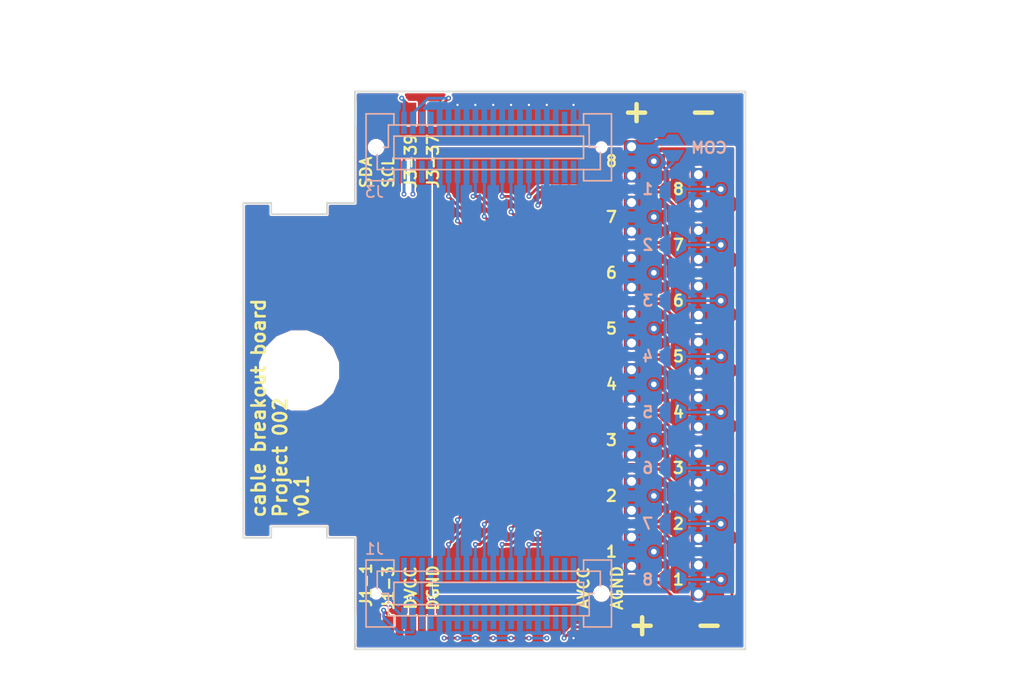
<source format=kicad_pcb>
(kicad_pcb (version 20201116) (generator pcbnew)

  (general
    (thickness 1.6)
  )

  (paper "A4")
  (layers
    (0 "F.Cu" signal)
    (31 "B.Cu" signal)
    (32 "B.Adhes" user "B.Adhesive")
    (33 "F.Adhes" user "F.Adhesive")
    (34 "B.Paste" user)
    (35 "F.Paste" user)
    (36 "B.SilkS" user "B.Silkscreen")
    (37 "F.SilkS" user "F.Silkscreen")
    (38 "B.Mask" user)
    (39 "F.Mask" user)
    (40 "Dwgs.User" user "User.Drawings")
    (41 "Cmts.User" user "User.Comments")
    (42 "Eco1.User" user "User.Eco1")
    (43 "Eco2.User" user "User.Eco2")
    (44 "Edge.Cuts" user)
    (45 "Margin" user)
    (46 "B.CrtYd" user "B.Courtyard")
    (47 "F.CrtYd" user "F.Courtyard")
    (48 "B.Fab" user)
    (49 "F.Fab" user)
  )

  (setup
    (pcbplotparams
      (layerselection 0x00010fc_ffffffff)
      (disableapertmacros false)
      (usegerberextensions true)
      (usegerberattributes false)
      (usegerberadvancedattributes false)
      (creategerberjobfile false)
      (svguseinch false)
      (svgprecision 6)
      (excludeedgelayer false)
      (plotframeref false)
      (viasonmask false)
      (mode 1)
      (useauxorigin false)
      (hpglpennumber 1)
      (hpglpenspeed 20)
      (hpglpendiameter 15.000000)
      (psnegative false)
      (psa4output false)
      (plotreference true)
      (plotvalue true)
      (plotinvisibletext false)
      (sketchpadsonfab false)
      (subtractmaskfromsilk false)
      (outputformat 1)
      (mirror false)
      (drillshape 0)
      (scaleselection 1)
      (outputdirectory "gerber")
    )
  )


  (net 0 "")
  (net 1 "VDDA")
  (net 2 "VSSA")
  (net 3 "GNDD")
  (net 4 "VDD")
  (net 5 "/BIAS")
  (net 6 "Net-(J1-Pad35)")
  (net 7 "Net-(J1-Pad1)")
  (net 8 "/SDA_PT")
  (net 9 "Net-(J1-Pad3)")
  (net 10 "/SCL_PT")
  (net 11 "Net-(J3-Pad37)")
  (net 12 "Net-(J3-Pad39)")
  (net 13 "Net-(J3-Pad4)")
  (net 14 "Net-(J3-Pad6)")
  (net 15 "Net-(J1-Pad2)")
  (net 16 "Net-(J1-Pad4)")
  (net 17 "Net-(J1-Pad36)")
  (net 18 "Net-(J1-Pad38)")
  (net 19 "Net-(J3-Pad2)")
  (net 20 "/4N")
  (net 21 "/4P")
  (net 22 "/3N")
  (net 23 "/3P")
  (net 24 "/2N")
  (net 25 "/2P")
  (net 26 "/1N")
  (net 27 "/1P")
  (net 28 "/8N")
  (net 29 "/8P")
  (net 30 "/7N")
  (net 31 "/7P")
  (net 32 "/6N")
  (net 33 "/6P")
  (net 34 "/5N")
  (net 35 "/5P")
  (net 36 "/NCOM")
  (net 37 "Net-(J1-Pad37)")
  (net 38 "Net-(J1-Pad40)")
  (net 39 "Net-(J3-Pad3)")
  (net 40 "Net-(J3-Pad33)")
  (net 41 "Net-(J3-Pad34)")
  (net 42 "Net-(J3-Pad35)")
  (net 43 "Net-(J3-Pad36)")

  (footprint "footprints:patch_pad" (layer "F.Cu") (at 123 138 90))

  (footprint "footprints:patch_pad" (layer "F.Cu") (at 121 138 90))

  (footprint "footprints:patch_pad" (layer "F.Cu") (at 127 138 90))

  (footprint "footprints:patch_pad" (layer "F.Cu") (at 125 138 90))

  (footprint "Mounting_Holes:MountingHole_3.2mm_M3_ISO14580" (layer "F.Cu") (at 115 115))

  (footprint "footprints:rg178_coax_solder_pad" (layer "F.Cu") (at 145 96.25 -90))

  (footprint "footprints:rg178_coax_solder_pad" (layer "F.Cu") (at 151 98.75 -90))

  (footprint "footprints:rg178_coax_solder_pad" (layer "F.Cu") (at 145 101.25 -90))

  (footprint "footprints:rg178_coax_solder_pad" (layer "F.Cu") (at 151 103.75 -90))

  (footprint "footprints:rg178_coax_solder_pad" (layer "F.Cu") (at 145 106.25 -90))

  (footprint "footprints:rg178_coax_solder_pad" (layer "F.Cu") (at 151 108.75 -90))

  (footprint "footprints:rg178_coax_solder_pad" (layer "F.Cu") (at 145 111.25 -90))

  (footprint "footprints:rg178_coax_solder_pad" (layer "F.Cu") (at 151 113.75 -90))

  (footprint "footprints:rg178_coax_solder_pad" (layer "F.Cu") (at 145 116.25 -90))

  (footprint "footprints:rg178_coax_solder_pad" (layer "F.Cu") (at 151 118.75 -90))

  (footprint "footprints:rg178_coax_solder_pad" (layer "F.Cu") (at 145 121.25 -90))

  (footprint "footprints:rg178_coax_solder_pad" (layer "F.Cu") (at 151 123.75 -90))

  (footprint "footprints:rg178_coax_solder_pad" (layer "F.Cu") (at 145 126.25 -90))

  (footprint "footprints:rg178_coax_solder_pad" (layer "F.Cu") (at 151 128.75 -90))

  (footprint "footprints:rg178_coax_solder_pad" (layer "F.Cu") (at 145 131.25 -90))

  (footprint "footprints:rg178_coax_solder_pad" (layer "F.Cu") (at 151 133.75 -90))

  (footprint "footprints:patch_pad" (layer "F.Cu") (at 125 92 90))

  (footprint "footprints:patch_pad" (layer "F.Cu") (at 127 92 90))

  (footprint "footprints:patch_pad" (layer "F.Cu") (at 121 92 90))

  (footprint "footprints:patch_pad" (layer "F.Cu") (at 123 92 90))

  (footprint "footprints:patch_pad" (layer "F.Cu") (at 141 138 90))

  (footprint "footprints:patch_pad" (layer "F.Cu") (at 143 138 90))

  (footprint "footprints:bergstak_plug_2x20_male" (layer "B.Cu") (at 132 135))

  (footprint "footprints:bergstak_plug_2x20_male" (layer "B.Cu") (at 132 95 180))

  (footprint "footprints:solder_jumper_2pin" (layer "B.Cu") (at 148.5 99 180))

  (footprint "footprints:solder_jumper_2pin" (layer "B.Cu") (at 148.5 103.75 180))

  (footprint "footprints:solder_jumper_2pin" (layer "B.Cu") (at 148.5 108.75 180))

  (footprint "footprints:solder_jumper_2pin" (layer "B.Cu") (at 148.5 113.75 180))

  (footprint "footprints:solder_jumper_2pin" (layer "B.Cu") (at 148.5 95.05 90))

  (footprint "footprints:solder_jumper_2pin" (layer "B.Cu") (at 148.5 133.75 180))

  (footprint "footprints:solder_jumper_2pin" (layer "B.Cu") (at 148.5 128.75 180))

  (footprint "footprints:solder_jumper_2pin" (layer "B.Cu") (at 148.5 123.75 180))

  (footprint "footprints:solder_jumper_2pin" (layer "B.Cu") (at 148.5 118.75 180))

  (gr_line (start 110 129.5) (end 110 130) (layer "B.SilkS") (width 0.15) (tstamp 03a13e53-3717-4549-943e-e9d059d2c1a3))
  (gr_line (start 120 140) (end 120.5 140) (layer "B.SilkS") (width 0.15) (tstamp 6376da2a-72f8-40b4-a316-f664a361e588))
  (gr_line (start 154.5 90) (end 155 90) (layer "B.SilkS") (width 0.15) (tstamp 6d40e888-36ef-45c2-88fc-e11a687e1597))
  (gr_line (start 110 130) (end 110.5 130) (layer "B.SilkS") (width 0.15) (tstamp 92f23cac-db6b-41ef-b3dc-7ba0b66801f8))
  (gr_line (start 155 90) (end 155 90.5) (layer "B.SilkS") (width 0.15) (tstamp aabfce82-80e9-448c-82e8-0992b661c735))
  (gr_line (start 120 139.5) (end 120 140) (layer "B.SilkS") (width 0.15) (tstamp e3a29455-bc08-4116-b8cd-86800643596f))
  (gr_line (start 110 100) (end 112.5 100) (layer "Edge.Cuts") (width 0.15) (tstamp 0dbc306c-73f3-4192-adc7-24dc86f1c157))
  (gr_line (start 120 90) (end 120 100) (layer "Edge.Cuts") (width 0.15) (tstamp 1c774524-5313-4e77-83f8-b6af89ecb727))
  (gr_line (start 120 130) (end 120 140) (layer "Edge.Cuts") (width 0.15) (tstamp 2c4f301f-21e4-4833-8da5-3653520060ba))
  (gr_line (start 155 90) (end 120 90) (layer "Edge.Cuts") (width 0.15) (tstamp 4d7b040c-1f02-4c3b-9739-f93597b16421))
  (gr_line (start 112.5 130) (end 112.5 129) (layer "Edge.Cuts") (width 0.15) (tstamp 51782451-5d4f-4509-bbe3-9c5b37082ee1))
  (gr_line (start 110 130) (end 110 100) (layer "Edge.Cuts") (width 0.15) (tstamp 64ddf8ee-8540-47a6-9d1d-cd272adf81cc))
  (gr_line (start 117.5 101) (end 117.5 100) (layer "Edge.Cuts") (width 0.15) (tstamp 6f0a1304-f239-4877-81f0-598511b346a9))
  (gr_line (start 110 130) (end 112.5 130) (layer "Edge.Cuts") (width 0.15) (tstamp 75d8f5a6-e91b-48b3-9426-5570fd14e0a5))
  (gr_line (start 155 140) (end 155 90) (layer "Edge.Cuts") (width 0.15) (tstamp 76494b2c-4938-40e2-b64c-ffe793b42271))
  (gr_line (start 117.5 129) (end 117.5 130) (layer "Edge.Cuts") (width 0.15) (tstamp 811d1a57-fe17-4c24-a527-aac8c5998991))
  (gr_line (start 112.5 129) (end 117.5 129) (layer "Edge.Cuts") (width 0.15) (tstamp 8261b309-16c5-43a5-8fda-9572fbbac5e3))
  (gr_line (start 117.5 130) (end 120 130) (layer "Edge.Cuts") (width 0.15) (tstamp ba4507d0-0bda-42b3-a889-1e3cef0f8774))
  (gr_line (start 112.5 101) (end 117.5 101) (layer "Edge.Cuts") (width 0.15) (tstamp bc80e889-f61c-4641-9a62-ca86b80b6172))
  (gr_line (start 120 140) (end 155 140) (layer "Edge.Cuts") (width 0.15) (tstamp cca0e202-9505-462e-ab26-65330588a227))
  (gr_line (start 112.5 100) (end 112.5 101) (layer "Edge.Cuts") (width 0.15) (tstamp dcaeebe7-249c-4993-a867-2b5859cc6eea))
  (gr_line (start 117.5 100) (end 120 100) (layer "Edge.Cuts") (width 0.15) (tstamp ed596210-9e09-4233-81fe-d80e96032433))
  (gr_text "1" (at 146.25 98.748466) (layer "B.SilkS") (tstamp 00000000-0000-0000-0000-00005b38c0a2)
    (effects (font (size 1 1) (thickness 0.2)) (justify mirror))
  )
  (gr_text "2" (at 146.25 103.748466) (layer "B.SilkS") (tstamp 00000000-0000-0000-0000-00005b38c0a3)
    (effects (font (size 1 1) (thickness 0.2)) (justify mirror))
  )
  (gr_text "3" (at 146.25 108.748466) (layer "B.SilkS") (tstamp 00000000-0000-0000-0000-00005b38c0a4)
    (effects (font (size 1 1) (thickness 0.2)) (justify mirror))
  )
  (gr_text "4" (at 146.25 113.748466) (layer "B.SilkS") (tstamp 00000000-0000-0000-0000-00005b38c0a5)
    (effects (font (size 1 1) (thickness 0.2)) (justify mirror))
  )
  (gr_text "5" (at 146.25 118.748466) (layer "B.SilkS") (tstamp 00000000-0000-0000-0000-00005b38c0a6)
    (effects (font (size 1 1) (thickness 0.2)) (justify mirror))
  )
  (gr_text "6" (at 146.25 123.748466) (layer "B.SilkS") (tstamp 00000000-0000-0000-0000-00005b38c0a7)
    (effects (font (size 1 1) (thickness 0.2)) (justify mirror))
  )
  (gr_text "7" (at 146.25 128.748466) (layer "B.SilkS") (tstamp 00000000-0000-0000-0000-00005b38c0a8)
    (effects (font (size 1 1) (thickness 0.2)) (justify mirror))
  )
  (gr_text "8" (at 146.25 133.748466) (layer "B.SilkS") (tstamp 00000000-0000-0000-0000-00005b38c0a9)
    (effects (font (size 1 1) (thickness 0.2)) (justify mirror))
  )
  (gr_text "COM" (at 151.75 95.05) (layer "B.SilkS") (tstamp 00000000-0000-0000-0000-00005b38c0cf)
    (effects (font (size 1 1) (thickness 0.2)) (justify mirror))
  )
  (gr_text "SCL" (at 123 97.25 90) (layer "F.SilkS") (tstamp 00000000-0000-0000-0000-00005b38bd96)
    (effects (font (size 1 1) (thickness 0.2)))
  )
  (gr_text "J3-39" (at 125 96.25 90) (layer "F.SilkS") (tstamp 00000000-0000-0000-0000-00005b38bd97)
    (effects (font (size 1 1) (thickness 0.2)))
  )
  (gr_text "J3-37" (at 127 96.25 90) (layer "F.SilkS") (tstamp 00000000-0000-0000-0000-00005b38bd9a)
    (effects (font (size 1 1) (thickness 0.2)))
  )
  (gr_text "DVCC" (at 125 134.5 90) (layer "F.SilkS") (tstamp 00000000-0000-0000-0000-00005b38bddd)
    (effects (font (size 1 1) (thickness 0.2)))
  )
  (gr_text "DGND" (at 127 134.5 90) (layer "F.SilkS") (tstamp 00000000-0000-0000-0000-00005b38bdea)
    (effects (font (size 1 1) (thickness 0.2)))
  )
  (gr_text "J1-3" (at 123 134.5 90) (layer "F.SilkS") (tstamp 00000000-0000-0000-0000-00005b38bdef)
    (effects (font (size 1 1) (thickness 0.2)))
  )
  (gr_text "J1-1" (at 121 134.25 90) (layer "F.SilkS") (tstamp 00000000-0000-0000-0000-00005b38bdf7)
    (effects (font (size 1 1) (thickness 0.2)))
  )
  (gr_text "AVCC" (at 140.5 134.5 90) (layer "F.SilkS") (tstamp 00000000-0000-0000-0000-00005b38be1b)
    (effects (font (size 1 1) (thickness 0.2)))
  )
  (gr_text "AGND" (at 143.5 134.5 90) (layer "F.SilkS") (tstamp 00000000-0000-0000-0000-00005b38becf)
    (effects (font (size 1 1) (thickness 0.2)))
  )
  (gr_text "1" (at 143 131.25) (layer "F.SilkS") (tstamp 00000000-0000-0000-0000-00005b38c004)
    (effects (font (size 1 1) (thickness 0.2)))
  )
  (gr_text "1" (at 149 133.75) (layer "F.SilkS") (tstamp 00000000-0000-0000-0000-00005b38c009)
    (effects (font (size 1 1) (thickness 0.2)))
  )
  (gr_text "2" (at 149 128.75) (layer "F.SilkS") (tstamp 00000000-0000-0000-0000-00005b38c00a)
    (effects (font (size 1 1) (thickness 0.2)))
  )
  (gr_text "2" (at 143 126.25) (layer "F.SilkS") (tstamp 00000000-0000-0000-0000-00005b38c00b)
    (effects (font (size 1 1) (thickness 0.2)))
  )
  (gr_text "3" (at 143 121.25) (layer "F.SilkS") (tstamp 00000000-0000-0000-0000-00005b38c00c)
    (effects (font (size 1 1) (thickness 0.2)))
  )
  (gr_text "3" (at 149 123.75) (layer "F.SilkS") (tstamp 00000000-0000-0000-0000-00005b38c00d)
    (effects (font (size 1 1) (thickness 0.2)))
  )
  (gr_text "4" (at 149 118.75) (layer "F.SilkS") (tstamp 00000000-0000-0000-0000-00005b38c00e)
    (effects (font (size 1 1) (thickness 0.2)))
  )
  (gr_text "4" (at 143 116.25) (layer "F.SilkS") (tstamp 00000000-0000-0000-0000-00005b38c00f)
    (effects (font (size 1 1) (thickness 0.2)))
  )
  (gr_text "5" (at 149 113.75) (layer "F.SilkS") (tstamp 00000000-0000-0000-0000-00005b38c01d)
    (effects (font (size 1 1) (thickness 0.2)))
  )
  (gr_text "6" (at 149 108.75) (layer "F.SilkS") (tstamp 00000000-0000-0000-0000-00005b38c01e)
    (effects (font (size 1 1) (thickness 0.2)))
  )
  (gr_text "5" (at 143 111.25) (layer "F.SilkS") (tstamp 00000000-0000-0000-0000-00005b38c01f)
    (effects (font (size 1 1) (thickness 0.2)))
  )
  (gr_text "6" (at 143 106.25) (layer "F.SilkS") (tstamp 00000000-0000-0000-0000-00005b38c020)
    (effects (font (size 1 1) (thickness 0.2)))
  )
  (gr_text "7" (at 143 101.25) (layer "F.SilkS") (tstamp 00000000-0000-0000-0000-00005b38c021)
    (effects (font (size 1 1) (thickness 0.2)))
  )
  (gr_text "7" (at 149 103.75) (layer "F.SilkS") (tstamp 00000000-0000-0000-0000-00005b38c022)
    (effects (font (size 1 1) (thickness 0.2)))
  )
  (gr_text "8" (at 149 98.75) (layer "F.SilkS") (tstamp 00000000-0000-0000-0000-00005b38c023)
    (effects (font (size 1 1) (thickness 0.2)))
  )
  (gr_text "8" (at 143 96.25) (layer "F.SilkS") (tstamp 00000000-0000-0000-0000-00005b38c026)
    (effects (font (size 1 1) (thickness 0.2)))
  )
  (gr_text "+" (at 145.75 137.75) (layer "F.SilkS") (tstamp 00000000-0000-0000-0000-00005b38c08a)
    (effects (font (size 2 2) (thickness 0.4)))
  )
  (gr_text "-" (at 151.75 137.75) (layer "F.SilkS") (tstamp 00000000-0000-0000-0000-00005b38c08f)
    (effects (font (size 2 2) (thickness 0.4)))
  )
  (gr_text "-" (at 151.25 91.75) (layer "F.SilkS") (tstamp 00000000-0000-0000-0000-00005b38c098)
    (effects (font (size 2 2) (thickness 0.4)))
  )
  (gr_text "+" (at 145.25 91.75) (layer "F.SilkS") (tstamp 00000000-0000-0000-0000-00005b38c099)
    (effects (font (size 2 2) (thickness 0.4)))
  )
  (gr_text "cable breakout board\nProject 002\nv0.1" (at 113.3 128.3 90) (layer "F.SilkS") (tstamp 7ba75db3-3851-490f-a1b3-dbbdde26ef85)
    (effects (font (size 1.2 1.2) (thickness 0.24)) (justify left))
  )
  (gr_text "SDA" (at 121 97.25 90) (layer "F.SilkS") (tstamp 89e1fdd0-fc27-4744-a6d3-5c03a9b522f5)
    (effects (font (size 1 1) (thickness 0.2)))
  )
  (dimension (type aligned) (layer "Cmts.User") (tstamp 0e072372-ea32-48e1-ae14-7dd0fe2c8259)
    (pts (xy 155.039636 140) (xy 155.039636 90))
    (height 4.960364)
    (gr_text "50.0000 mm" (at 161.8 115 90) (layer "Cmts.User") (tstamp 0e072372-ea32-48e1-ae14-7dd0fe2c8259)
      (effects (font (size 1.5 1.5) (thickness 0.3)))
    )
    (format (units 2) (units_format 1) (precision 4))
    (style (thickness 0.3) (arrow_length 1.27) (text_position_mode 0) (extension_height 0.58642) (extension_offset 0) keep_text_aligned)
  )
  (dimension (type aligned) (layer "Cmts.User") (tstamp 107b5c1d-c894-4695-87a3-5eb8e5726e72)
    (pts (xy 155 99.638011) (xy 110 99.638011))
    (height 14.638011)
    (gr_text "45.0000 mm" (at 132.5 83.2) (layer "Cmts.User") (tstamp 107b5c1d-c894-4695-87a3-5eb8e5726e72)
      (effects (font (size 1.5 1.5) (thickness 0.3)))
    )
    (format (units 2) (units_format 1) (precision 4))
    (style (thickness 0.3) (arrow_length 1.27) (text_position_mode 0) (extension_height 0.58642) (extension_offset 0) keep_text_aligned)
  )
  (dimension (type aligned) (layer "Cmts.User") (tstamp 6d680285-6ab2-4080-93cc-51de21c62c8e)
    (pts (xy 120 130) (xy 110 130))
    (height -12.5)
    (gr_text "10.0000 mm" (at 115 144.3) (layer "Cmts.User") (tstamp 6d680285-6ab2-4080-93cc-51de21c62c8e)
      (effects (font (size 1.5 1.5) (thickness 0.3)))
    )
    (format (units 2) (units_format 1) (precision 4))
    (style (thickness 0.3) (arrow_length 1.27) (text_position_mode 0) (extension_height 0.58642) (extension_offset 0) keep_text_aligned)
  )
  (dimension (type aligned) (layer "Cmts.User") (tstamp a276b4d1-1b0d-4acf-9898-c412ecedf393)
    (pts (xy 110 130) (xy 110 100))
    (height -12.5)
    (gr_text "30.0000 mm" (at 95.7 115 90) (layer "Cmts.User") (tstamp a276b4d1-1b0d-4acf-9898-c412ecedf393)
      (effects (font (size 1.5 1.5) (thickness 0.3)))
    )
    (format (units 2) (units_format 1) (precision 4))
    (style (thickness 0.3) (arrow_length 1.27) (text_position_mode 0) (extension_height 0.58642) (extension_offset 0) keep_text_aligned)
  )
  (dimension (type aligned) (layer "Cmts.User") (tstamp af1dc8c2-4d3a-4300-8cf6-c923272c6965)
    (pts (xy 120 100) (xy 120 90))
    (height -15)
    (gr_text "10.0000 mm" (at 103.2 95 90) (layer "Cmts.User") (tstamp af1dc8c2-4d3a-4300-8cf6-c923272c6965)
      (effects (font (size 1.5 1.5) (thickness 0.3)))
    )
    (format (units 2) (units_format 1) (precision 4))
    (style (thickness 0.3) (arrow_length 1.27) (text_position_mode 0) (extension_height 0.58642) (extension_offset 0) keep_text_aligned)
  )
  (dimension (type aligned) (layer "Cmts.User") (tstamp ba5b82c0-3b4b-4e78-9075-a300bcf98e6f)
    (pts (xy 110 115) (xy 115 115))
    (height 20)
    (gr_text "5.0000 mm" (at 112.5 136.8) (layer "Cmts.User") (tstamp ba5b82c0-3b4b-4e78-9075-a300bcf98e6f)
      (effects (font (size 1.5 1.5) (thickness 0.3)))
    )
    (format (units 2) (units_format 1) (precision 4))
    (style (thickness 0.3) (arrow_length 1.27) (text_position_mode 0) (extension_height 0.58642) (extension_offset 0) keep_text_aligned)
  )
  (dimension (type aligned) (layer "Cmts.User") (tstamp e635ba4e-0d02-4257-9957-3e95043094bd)
    (pts (xy 115 100) (xy 115 115))
    (height 7.5)
    (gr_text "15.0000 mm" (at 105.7 107.5 270) (layer "Cmts.User") (tstamp e635ba4e-0d02-4257-9957-3e95043094bd)
      (effects (font (size 1.5 1.5) (thickness 0.3)))
    )
    (format (units 2) (units_format 1) (precision 4))
    (style (thickness 0.3) (arrow_length 1.27) (text_position_mode 0) (extension_height 0.58642) (extension_offset 0) keep_text_aligned)
  )

  (segment (start 135.6 139) (end 134 139) (width 0.254) (layer "F.Cu") (net 0) (tstamp 224e43d0-527d-46ac-8482-bfcc66e21df8))
  (segment (start 130.800004 139.000004) (end 130.8 139) (width 0.254) (layer "F.Cu") (net 0) (tstamp 3c1b4669-04e1-44dd-82cb-9b40e247f7d8))
  (segment (start 129.2 139) (end 128 139) (width 0.254) (layer "F.Cu") (net 0) (tstamp 67e8434d-c6a0-4e6b-91d6-369e6c10046e))
  (segment (start 132.4 139.000004) (end 130.800004 139.000004) (width 0.254) (layer "F.Cu") (net 0) (tstamp 6ae5bf7e-4ffa-486c-ac86-58d0985c41e7))
  (via (at 134 139) (size 0.45) (drill 0.2) (layers "F.Cu" "B.Cu") (net 0) (tstamp 753a65d7-8ba4-40de-96f6-0a4942165bec))
  (via (at 135.6 139) (size 0.45) (drill 0.2) (layers "F.Cu" "B.Cu") (net 0) (tstamp 7fd1c69c-0a18-448b-9147-3c5b07ea879c))
  (via (at 137.2 139) (size 0.45) (drill 0.2) (layers "F.Cu" "B.Cu") (net 0) (tstamp 8bd305f5-22c7-4935-a8fd-ed634bafa8e9))
  (via (at 128 139) (size 0.45) (drill 0.2) (layers "F.Cu" "B.Cu") (net 0) (tstamp ba79b576-8e3e-4b2b-9c03-a190abfa09c1))
  (via (at 130.8 139) (size 0.45) (drill 0.2) (layers "F.Cu" "B.Cu") (net 0) (tstamp c5c40ed9-ebfc-40e6-9399-26aa48b777e2))
  (via (at 132.4 139.000004) (size 0.45) (drill 0.2) (layers "F.Cu" "B.Cu") (net 0) (tstamp cca8d016-8ec4-4c91-a475-abd7697fd99a))
  (via (at 129.2 139) (size 0.45) (drill 0.2) (layers "F.Cu" "B.Cu") (net 0) (tstamp df4d18dc-9854-4a6a-982c-4cd6295423fa))
  (segment (start 137.55 94.5) (end 137.774999 94.275001) (width 0.508) (layer "In1.Cu") (net 0) (tstamp 02644629-acc3-4d3a-9612-c5acf9bff4ea))
  (segment (start 122.8 105) (end 125.3 105) (width 0.508) (layer "In1.Cu") (net 0) (tstamp 8c5d08f5-9fb9-4bb4-8925-1869672fcbf0))
  (segment (start 137.774999 94.275001) (end 139.640686 94.275001) (width 0.508) (layer "In1.Cu") (net 0) (tstamp 94fd0594-1824-4aad-89f8-0cf1a02d3880))
  (segment (start 140.6 92.8) (end 140.034315 92.8) (width 0.508) (layer "In1.Cu") (net 0) (tstamp b53ee667-43cb-4868-90bd-164b3e5d9553))
  (segment (start 139.9 94.534315) (end 139.9 95.1) (width 0.508) (layer "In1.Cu") (net 0) (tstamp c0fec306-f0e2-4612-ac26-9be1176a4272))
  (segment (start 139.640686 94.275001) (end 139.9 94.534315) (width 0.508) (layer "In1.Cu") (net 0) (tstamp e62a2e8b-52f1-4dd8-8be6-4e1dc5a7aeda))
  (segment (start 140.034315 92.8) (end 140.009315 92.825) (width 0.508) (layer "In1.Cu") (net 0) (tstamp f429f92f-758c-4932-acad-7c498e87cdc5))
  (segment (start 138.8 95.665685) (end 138.9 95.765685) (width 0.508) (layer "In2.Cu") (net 0) (tstamp 0165e622-f053-4f30-b28f-007379a74102))
  (segment (start 122.837552 106.937552) (end 123.7 107.8) (width 0.508) (layer "In2.Cu") (net 0) (tstamp 2127545d-0c0c-495e-b8a9-43ec30f81a15))
  (segment (start 138.8 95.1) (end 138.8 95.665685) (width 0.508) (layer "In2.Cu") (net 0) (tstamp c6b54312-335c-416c-bd05-15cde5a7d271))
  (segment (start 130.8 139) (end 129.2 139) (width 0.254) (layer "B.Cu") (net 0) (tstamp 058e651a-fa99-4a42-8752-409e47995118))
  (segment (start 137.2 139) (end 135.6 139) (width 0.254) (layer "B.Cu") (net 0) (tstamp 5442afa1-b451-4940-a9ec-7c503454ac3e))
  (segment (start 134 139) (end 132.400004 139) (width 0.254) (layer "B.Cu") (net 0) (tstamp cf603ff0-ef74-4dd5-8260-2f0a46e108a0))
  (segment (start 132.400004 139) (end 132.4 139.000004) (width 0.254) (layer "B.Cu") (net 0) (tstamp f1a56b7e-a94a-4274-82dc-bd82362dff75))
  (segment (start 129.2 91.2) (end 130.8 91.2) (width 0.254) (layer "F.Cu") (net 2) (tstamp 4f6c0115-1e1e-4453-92e4-e636475b5bf8))
  (segment (start 135.6 91.2) (end 137.2 91.2) (width 0.254) (layer "F.Cu") (net 2) (tstamp aa9b4fc1-24d8-47fa-baa3-9f9325561009))
  (segment (start 132.4 91.2) (end 134 91.2) (width 0.254) (layer "F.Cu") (net 2) (tstamp aaecc894-0ea4-4c37-85be-9673afe2a8ef))
  (via (at 139.6 91.2) (size 0.45) (drill 0.2) (layers "F.Cu" "B.Cu") (net 2) (tstamp 06aca06f-7d17-4051-9299-3eaba501fa6e))
  (via (at 129.2 91.2) (size 0.45) (drill 0.2) (layers "F.Cu" "B.Cu") (net 2) (tstamp 2663180e-4a86-4eee-901b-3bdb76c7dc36))
  (via (at 134 91.2) (size 0.45) (drill 0.2) (layers "F.Cu" "B.Cu") (net 2) (tstamp 6ec8ad5f-3ded-41f4-ab58-1164d8671a69))
  (via (at 139.6 139) (size 0.45) (drill 0.2) (layers "F.Cu" "B.Cu") (net 2) (tstamp 84cc63d8-3dbc-461a-96a0-bf10ef0114ee))
  (via (at 137.2 91.2) (size 0.45) (drill 0.2) (layers "F.Cu" "B.Cu") (net 2) (tstamp 861d2b75-c20c-415e-b140-3e84a2013e3a))
  (via (at 132.4 91.2) (size 0.45) (drill 0.2) (layers "F.Cu" "B.Cu") (net 2) (tstamp 968d2bb9-af17-403d-9ecb-7751a5962e08))
  (via (at 135.6 91.2) (size 0.45) (drill 0.2) (layers "F.Cu" "B.Cu") (net 2) (tstamp e7320f35-0828-4aad-8cf6-ca12aa545388))
  (via (at 130.8 91.2) (size 0.45) (drill 0.2) (layers "F.Cu" "B.Cu") (net 2) (tstamp f466ba57-e68c-4448-b84a-4f5a3d0a521b))
  (segment (start 129.2 92.8) (end 129.2 91.2) (width 0.254) (layer "B.Cu") (net 2) (tstamp 267dd870-7b69-4360-a1ac-d5f93d3ce4c1))
  (segment (start 134 91.2) (end 135.6 91.2) (width 0.254) (layer "B.Cu") (net 2) (tstamp 86d1ad58-3458-41b8-af69-5028ed7ccd28))
  (segment (start 139.6 137.2) (end 139.6 139) (width 0.254) (layer "B.Cu") (net 2) (tstamp 9a005919-8bad-4de4-beba-141cd882dc89))
  (segment (start 130.8 91.2) (end 132.4 91.2) (width 0.254) (layer "B.Cu") (net 2) (tstamp b9d6f9d5-4723-4ca5-8dab-3189faa67666))
  (segment (start 137.2 91.2) (end 139.6 91.2) (width 0.254) (layer "B.Cu") (net 2) (tstamp eae9d04a-122b-485a-b5d8-26c0ba5919b4))
  (segment (start 127 138) (end 127 135.600004) (width 0.254) (layer "F.Cu") (net 3) (tstamp 03a99a67-660c-4e72-878a-ef4075c870e7))
  (segment (start 127 135.600004) (end 126.8 135.400004) (width 0.254) (layer "F.Cu") (net 3) (tstamp 8521daa4-a843-41a7-ba4f-c29f1d57f708))
  (via (at 126.8 135.400004) (size 0.45) (drill 0.2) (layers "F.Cu" "B.Cu") (net 3) (tstamp 52c8b021-31e9-402c-9c45-74af93951304))
  (segment (start 126.8 132.8) (end 126.8 134.054) (width 0.254) (layer "B.Cu") (net 3) (tstamp 12bd0f05-9b32-40d6-a40a-0b92fe2dda05))
  (segment (start 126.8 137.2) (end 126.8 135.400004) (width 0.254) (layer "B.Cu") (net 3) (tstamp 58146f76-8346-4a7b-a8b8-eb5711908180))
  (segment (start 126.8 134.054) (end 126.8 135.400004) (width 0.254) (layer "B.Cu") (net 3) (tstamp 9adf91f4-4369-41fc-bd28-cb234b720fc2))
  (segment (start 125 138) (end 125 135.399994) (width 0.254) (layer "F.Cu") (net 4) (tstamp 81014db8-e6f3-4bae-a3eb-727fc6e01545))
  (via (at 125 135.399994) (size 0.45) (drill 0.2) (layers "F.Cu" "B.Cu") (net 4) (tstamp b2dcdca6-7306-41fe-a50b-1bdf23ddab34))
  (segment (start 126.005982 132.8) (end 126.005982 135.994018) (width 0.254) (layer "B.Cu") (net 4) (tstamp 5bba2082-675b-467e-8139-e009f23c2ed1))
  (segment (start 126.005982 135.994018) (end 126 136) (width 0.254) (layer "B.Cu") (net 4) (tstamp 66bbafd2-c92d-4e3d-904b-0baf6c7ff777))
  (segment (start 125.318198 135.399994) (end 125 135.399994) (width 0.254) (layer "B.Cu") (net 4) (tstamp 6d7ae3f5-2674-4ff8-a755-ab5244db60c3))
  (segment (start 126 137.2) (end 126 136) (width 0.254) (layer "B.Cu") (net 4) (tstamp c30d5e7d-327a-4c11-8a29-fd9dc9baf84b))
  (segment (start 125.453994 135.399994) (end 125.318198 135.399994) (width 0.254) (layer "B.Cu") (net 4) (tstamp d62938fc-68ca-48f7-80a5-c327060f0543))
  (segment (start 126 136) (end 126 135.946) (width 0.254) (layer "B.Cu") (net 4) (tstamp e31b547b-c08f-41ad-8da9-986ff1a116f6))
  (segment (start 126 135.946) (end 125.453994 135.399994) (width 0.254) (layer "B.Cu") (net 4) (tstamp e4d3bc32-8138-475d-9438-be277b909803))
  (segment (start 150.8 108.75) (end 150.8 110.05) (width 0.254) (layer "F.Cu") (net 5) (tstamp 184afe32-0a74-4d01-b9b7-e90462f8be83))
  (segment (start 144.8 131.25) (end 144.8 132.55) (width 0.254) (layer "F.Cu") (net 5) (tstamp 216cc40a-60b6-4d62-89c5-89acd589415d))
  (segment (start 145.6 129.85) (end 144.9 129.85) (width 0.254) (layer "F.Cu") (net 5) (tstamp 33d352ab-ce1f-4423-8a84-30e766af3991))
  (segment (start 150.8 133.75) (end 150.8 135.05) (width 0.15) (layer "F.Cu") (net 5) (tstamp 44e0a9d9-0a10-42b3-90b4-0df988430e98))
  (segment (start 150.8 103.75) (end 150.8 105.05) (width 0.15) (layer "F.Cu") (net 5) (tstamp 4d47aa68-44bc-436a-b6bc-d62e44bdfd8d))
  (segment (start 145.6 119.85) (end 144.9 119.85) (width 0.254) (layer "F.Cu") (net 5) (tstamp 631b832e-9568-4026-a46f-e2bd4a50f344))
  (segment (start 144.8 101.25) (end 144.8 102.55) (width 0.254) (layer "F.Cu") (net 5) (tstamp 646a932a-4e67-440e-8c32-0c8801dad06f))
  (segment (start 144.8 96.25) (end 144.8 94.95) (width 0.15) (layer "F.Cu") (net 5) (tstamp 8a037832-d0f7-4c72-838d-98764e759df1))
  (segment (start 150.8 112.45) (end 150.8 113.75) (width 0.15) (layer "F.Cu") (net 5) (tstamp 8f0c3ab6-9d24-45d8-9c73-2aab9e31a42f))
  (segment (start 150.8 127.45) (end 150.8 130.05) (width 0.15) (layer "F.Cu") (net 5) (tstamp aacc94d9-8148-465f-b924-f78e2f4a959e))
  (segment (start 150.8 127.45) (end 150.8 128.75) (width 0.15) (layer "F.Cu") (net 5) (tstamp e19fbabc-ba92-4569-90bc-274b8eca4062))
  (segment (start 144.9 129.85) (end 144.8 129.95) (width 0.254) (layer "F.Cu") (net 5) (tstamp e5c3d196-e1e8-4086-8eed-aedb98fe41a9))
  (segment (start 144.9 119.85) (end 144.8 119.95) (width 0.254) (layer "F.Cu") (net 5) (tstamp e8310fe0-c0aa-44a7-90c7-a5413483a3ca))
  (segment (start 150.8 118.75) (end 150.8 120.05) (width 0.15) (layer "F.Cu") (net 5) (tstamp f56a1393-1e63-4fed-8f7e-cda6bc574357))
  (segment (start 145.8 129.95) (end 146 129.75) (width 0.254) (layer "B.Cu") (net 5) (tstamp 203b6092-37ff-45d1-8b51-ac0f33d53ef8))
  (segment (start 148.35 94.5) (end 147.25 94.5) (width 0.508) (layer "B.Cu") (net 5) (tstamp 4290fe74-fc81-4852-b6af-0d53a735e2b0))
  (segment (start 148.5 94.35) (end 148.35 94.5) (width 0.508) (layer "B.Cu") (net 5) (tstamp 77eae46f-5cd9-4569-aed6-82bbb157d89a))
  (segment (start 144.85 95) (end 144.8 94.95) (width 0.508) (layer "B.Cu") (net 5) (tstamp a65bb10c-0403-4277-abbe-5488e7ad050f))
  (segment (start 144.8 129.95) (end 145.8 129.95) (width 0.254) (layer "B.Cu") (net 5) (tstamp c017cf60-317c-42e4-9dc2-9f30f8c3d201))
  (segment (start 146.75 95) (end 144.85 95) (width 0.508) (layer "B.Cu") (net 5) (tstamp ff76ebe2-3814-4634-b2b6-5f0a9f04c125))
  (segment (start 147.25 94.5) (end 146.75 95) (width 0.508) (layer "B.Cu") (net 5) (tstamp fffef7fa-5421-444a-a466-ce99e5355ba5))
  (segment (start 121.4 136) (end 123 136) (width 0.254) (layer "F.Cu") (net 7) (tstamp 8db26539-3065-40a5-9d8d-46e6e7cfe0d9))
  (segment (start 121 136.4) (end 121.4 136) (width 0.254) (layer "F.Cu") (net 7) (tstamp b216a3df-7119-4074-b5bc-9fd392c12965))
  (segment (start 121 138) (end 121 136.4) (width 0.254) (layer "F.Cu") (net 7) (tstamp f4f77f92-61f3-483b-95ca-d9585624a848))
  (via (at 123 136) (size 0.45) (drill 0.2) (layers "F.Cu" "B.Cu") (net 7) (tstamp 379416fd-b2e7-4d71-bf3c-92276e90de10))
  (segment (start 123 136) (end 123.2 136) (width 0.254) (layer "B.Cu") (net 7) (tstamp 381a58c9-748f-4dfc-95db-ab1b425fbef3))
  (segment (start 123.2 136) (end 124.4 137.2) (width 0.254) (layer "B.Cu") (net 7) (tstamp 92a0a53f-4c53-4ec3-872f-597614d148c2))
  (segment (start 122.254 93.254) (end 121.754 93.254) (width 0.254) (layer "F.Cu") (net 8) (tstamp 3dc7350d-6e2e-446d-9fb0-b8f2dd226336))
  (segment (start 121 92.5) (end 121 92) (width 0.254) (layer "F.Cu") (net 8) (tstamp a8e9b139-d1fe-44b2-97a9-d34704f14da2))
  (segment (start 124.4 95.4) (end 122.254 93.254) (width 0.254) (layer "F.Cu") (net 8) (tstamp a8ff8205-13c8-40f3-a6a3-2eb1b62ee0b5))
  (segment (start 124.4 99.2) (end 124.4 95.4) (width 0.254) (layer "F.Cu") (net 8) (tstamp b38d55c2-7f60-4d07-9473-d5feb190b9c3))
  (segment (start 121.754 93.254) (end 121 92.5) (width 0.254) (layer "F.Cu") (net 8) (tstamp b7939424-26fc-4261-b4d1-06bbcbe0a672))
  (via (at 124.4 99.2) (size 0.45) (drill 0.2) (layers "F.Cu" "B.Cu") (net 8) (tstamp 0f266e4c-f8df-4bb8-8bdf-d8a84943bf62))
  (segment (start 124.4 97.2) (end 124.4 99.2) (width 0.254) (layer "B.Cu") (net 8) (tstamp 0e7d0dca-af8a-4898-824c-290d4606bdb2))
  (segment (start 123 136.926265) (end 122.575735 136.502) (width 0.254) (layer "F.Cu") (net 9) (tstamp 08c96379-6007-4400-bc1a-e6ebf32db1c6))
  (segment (start 123 138) (end 123 136.926265) (width 0.254) (layer "F.Cu") (net 9) (tstamp 29c59710-7e11-493c-871a-10f58e4acdca))
  (via (at 122.575735 136.502) (size 0.45) (drill 0.2) (layers "F.Cu" "B.Cu") (net 9) (tstamp d7d51e2d-c62f-4844-a94e-343bc11a780e))
  (segment (start 125.2 138.454) (end 125.2 137.2) (width 0.254) (layer "B.Cu") (net 9) (tstamp 05e92e1c-092c-43b6-a75a-5c2f33a19e44))
  (segment (start 125.176999 138.477001) (end 125.2 138.454) (width 0.254) (layer "B.Cu") (net 9) (tstamp 1c78fbe3-a32f-47da-bae5-c26c2507f27a))
  (segment (start 123.928399 138.477001) (end 125.176999 138.477001) (width 0.254) (layer "B.Cu") (net 9) (tstamp 3b4ab4c1-49af-48fb-8879-cda7e5569e62))
  (segment (start 122.575735 137.124337) (end 123.928399 138.477001) (width 0.254) (layer "B.Cu") (net 9) (tstamp 8b2c634a-6bf1-4336-8fb5-f0c111771d2c))
  (segment (start 122.575735 136.502) (end 122.575735 137.124337) (width 0.254) (layer "B.Cu") (net 9) (tstamp b801e9f4-4c8d-4259-98b1-7bd93719555b))
  (segment (start 123 93.254) (end 125.2 95.454) (width 0.254) (layer "F.Cu") (net 10) (tstamp 7895c5cc-9233-4d6a-a7c5-10acab09d753))
  (segment (start 123 92) (end 123 93.254) (width 0.254) (layer "F.Cu") (net 10) (tstamp bbeb6a4e-3103-4f1a-9d7f-54bcba3d75d0))
  (segment (start 125.2 95.454) (end 125.2 99.2) (width 0.254) (layer "F.Cu") (net 10) (tstamp c54cc5e6-b85c-4442-877b-59b221973825))
  (via (at 125.2 99.2) (size 0.45) (drill 0.2) (layers "F.Cu" "B.Cu") (net 10) (tstamp 503924fa-f613-42de-a264-749fa29ad987))
  (segment (start 125.2 99.2) (end 125.2 97.2) (width 0.254) (layer "B.Cu") (net 10) (tstamp 572216b3-83e9-41ca-b3af-a3568e28dabf))
  (segment (start 127 92) (end 128.4 90.6) (width 0.254) (layer "F.Cu") (net 11) (tstamp cf494c17-99ff-4d84-8aa2-d14383a1b044))
  (via (at 128.4 90.6) (size 0.45) (drill 0.2) (layers "F.Cu" "B.Cu") (net 11) (tstamp a03ffe1a-e255-472a-ab01-a6e97960d4da))
  (segment (start 128.4 90.6) (end 126.561198 90.6) (width 0.254) (layer "B.Cu") (net 11) (tstamp 064932b2-7ba0-44f7-927b-9ecf4bcf4338))
  (segment (start 125.2 91.961198) (end 125.2 93.314002) (width 0.254) (layer "B.Cu") (net 11) (tstamp 2ec735de-a8aa-4270-8c19-3416c8775ffd))
  (segment (start 126.561198 90.6) (end 125.2 91.961198) (width 0.254) (layer "B.Cu") (net 11) (tstamp e3f9dfe3-c4ac-4e37-8640-762aab689f6a))
  (segment (start 125 91.4) (end 124.2 90.6) (width 0.254) (layer "F.Cu") (net 12) (tstamp 70447fa9-e3ec-49e8-aad1-d774dbe5a1a2))
  (segment (start 125 92) (end 125 91.4) (width 0.254) (layer "F.Cu") (net 12) (tstamp 727566cb-7e1c-4282-8ced-e2173feb241d))
  (via (at 124.2 90.6) (size 0.45) (drill 0.2) (layers "F.Cu" "B.Cu") (net 12) (tstamp bc89ddcb-b09a-4280-9fa9-6ca4a2cecb8e))
  (segment (start 124.4 90.8) (end 124.4 92.8) (width 0.254) (layer "B.Cu") (net 12) (tstamp af6442ae-7a31-4e50-930e-30b63bacc31c))
  (segment (start 124.2 90.6) (end 124.4 90.8) (width 0.254) (layer "B.Cu") (net 12) (tstamp eb31c734-aedb-4448-a075-8039ee075400))
  (segment (start 149.4 121.2) (end 147.2 119) (width 0.254) (layer "F.Cu") (net 20) (tstamp 224b8aa7-ad88-491a-8937-73880839fa5d))
  (segment (start 147.2 119) (end 140 119) (width 0.254) (layer "F.Cu") (net 20) (tstamp 2f3b0159-2223-4d81-a0de-a19cb9d301b1))
  (segment (start 154.054 119.654) (end 154.054 120.346) (width 0.254) (layer "F.Cu") (net 20) (tstamp 47deed66-a284-45c7-8d35-5d3010e20253))
  (segment (start 153.15 118.75) (end 154.054 119.654) (width 0.254) (layer "F.Cu") (net 20) (tstamp 54e36693-7b9e-4bdb-af72-fecc8d618839))
  (segment (start 153.2 121.2) (end 149.4 121.2) (width 0.254) (layer "F.Cu") (net 20) (tstamp 74a8a4c4-7d7e-4399-a540-add9a4c02cfa))
  (segment (start 128.4 130.6) (end 128.4 130.600006) (width 0.254) (layer "F.Cu") (net 20) (tstamp 7caf4031-178c-46a1-bc0a-25a138682039))
  (segment (start 140 119) (end 128.4 130.6) (width 0.254) (layer "F.Cu") (net 20) (tstamp 89e66187-ae02-45be-a40a-ae5d67d73967))
  (segment (start 152.8 118.75) (end 153.15 118.75) (width 0.254) (layer "F.Cu") (net 20) (tstamp 8c5d8730-d259-4cf5-a863-b92426c71dfa))
  (segment (start 154.054 120.346) (end 153.2 121.2) (width 0.254) (layer "F.Cu") (net 20) (tstamp b2101d38-30a2-4df1-8339-c8e6ebf048f7))
  (via (at 128.4 130.600006) (size 0.45) (drill 0.2) (layers "F.Cu" "B.Cu") (net 20) (tstamp f3863601-860e-4a98-b214-c1effc00949a))
  (segment (start 128.4 132.8) (end 128.4 130.600006) (width 0.254) (layer "B.Cu") (net 20) (tstamp 72a79efe-8d97-4a76-99f2-27297870992c))
  (segment (start 152.8 118.75) (end 149.2 118.75) (width 0.254) (layer "B.Cu") (net 20) (tstamp abd61fe4-877f-4717-83db-48b40e80c482))
  (segment (start 139.004011 118.595989) (end 129.424999 128.175001) (width 0.254) (layer "F.Cu") (net 21) (tstamp 03ff9cb3-232f-45e3-a7d2-cf5f33cca98f))
  (segment (start 148.054 117.746) (end 147.204011 118.595989) (width 0.254) (layer "F.Cu") (net 21) (tstamp 046fa825-d9e0-4ff1-ab93-5776afb34f07))
  (segment (start 146.8 116.25) (end 147.15 116.25) (width 0.254) (layer "F.Cu") (net 21) (tstamp 0ddb4a6a-1d37-41ea-b844-0e7f4e6aa75a))
  (segment (start 129.424999 128.175001) (end 129.2 128.4) (width 0.254) (layer "F.Cu") (net 21) (tstamp 18fc561f-1e30-48fc-b98a-b0e2b107ddaf))
  (segment (start 147.15 116.25) (end 148.054 117.154) (width 0.254) (layer "F.Cu") (net 21) (tstamp 24cf3930-d729-4d2a-b773-9eb9767e9348))
  (segment (start 147.204011 118.595989) (end 139.004011 118.595989) (width 0.254) (layer "F.Cu") (net 21) (tstamp 50d1a7bb-c43d-4155-ae45-c4b883482ee1))
  (segment (start 148.054 117.154) (end 148.054 117.746) (width 0.254) (layer "F.Cu") (net 21) (tstamp e9b0372d-2964-4792-8aa7-772aa5e53fe9))
  (via (at 129.2 128.4) (size 0.45) (drill 0.2) (layers "F.Cu" "B.Cu") (net 21) (tstamp 9b991534-2779-4140-98d5-5d0f7bc0f949))
  (segment (start 129.2 132.8) (end 129.2 128.4) (width 0.254) (layer "B.Cu") (net 21) (tstamp 1ae5f843-210b-46dc-b8a5-20b17833b8fd))
  (segment (start 136.8 125) (end 131.2 130.6) (width 0.254) (layer "F.Cu") (net 22) (tstamp 52487e91-a29c-493a-8d0b-c48a003e0c1e))
  (segment (start 149.6 126.2) (end 153.2 126.2) (width 0.254) (layer "F.Cu") (net 22) (tstamp 55552496-2e7f-457f-9acf-f9874abddb67))
  (segment (start 153.8 124.6) (end 152.95 123.75) (width 0.254) (layer "F.Cu") (net 22) (tstamp 5d08a153-131f-4a65-914e-ff53f23a4165))
  (segment (start 140.401679 123.831011) (end 141.5 123.831011) (width 0.254) (layer "F.Cu") (net 22) (tstamp 629e594f-5684-4cf2-997f-bb02a00dbcfb))
  (segment (start 152.95 123.75) (end 152.8 123.75) (width 0.254) (layer "F.Cu") (net 22) (tstamp 68e8f119-a454-4903-b808-e11ec6642aec))
  (segment (start 137.968989 123.831011) (end 136.8 125) (width 0.254) (layer "F.Cu") (net 22) (tstamp 79588905-dce8-4546-aac5-0aa26a48c24f))
  (segment (start 141.5 123.831011) (end 137.968989 123.831011) (width 0.254) (layer "F.Cu") (net 22) (tstamp 8060c3de-47fc-4c4e-87e6-26dcc11bc11a))
  (segment (start 153.2 126.2) (end 153.8 125.6) (width 0.254) (layer "F.Cu") (net 22) (tstamp 99abd002-38a7-4c0e-a3c5-b28254509b1c))
  (segment (start 153.8 125.6) (end 153.8 124.6) (width 0.254) (layer "F.Cu") (net 22) (tstamp b378e6be-9cee-4c09-a757-efb7575b0b05))
  (segment (start 131 130.6) (end 130.8 130.6) (width 0.254) (layer "F.Cu") (net 22) (tstamp c1c23c4a-2690-42e8-971e-cf9c65322054))
  (segment (start 141.5 123.831011) (end 147.231011 123.831011) (width 0.254) (layer "F.Cu") (net 22) (tstamp d8d57fee-a3ed-40d2-be43-0d060ed2d7a1))
  (segment (start 147.231011 123.831011) (end 149.6 126.2) (width 0.254) (layer "F.Cu") (net 22) (tstamp dca81239-a159-4b93-8b60-c582573f9601))
  (segment (start 131.2 130.6) (end 131 130.6) (width 0.254) (layer "F.Cu") (net 22) (tstamp ec08fb33-51c9-430a-8284-223523e4b62d))
  (via (at 130.8 130.6) (size 0.45) (drill 0.2) (layers "F.Cu" "B.Cu") (net 22) (tstamp 3f91795e-5751-4374-94af-3e57b6c77c90))
  (segment (start 152.8 123.75) (end 149.2 123.75) (width 0.254) (layer "B.Cu") (net 22) (tstamp 300aab8a-61e4-4d1b-a1cd-9aacdaa2f565))
  (segment (start 130.8 132.8) (end 130.8 130.6) (width 0.254) (layer "B.Cu") (net 22) (tstamp 3ed97563-ee1a-47bb-bec6-cbf02234953d))
  (segment (start 136.972999 123.427001) (end 131.824999 128.575001) (width 0.254) (layer "F.Cu") (net 23) (tstamp 0a0cf998-6537-4359-a571-42e418d57069))
  (segment (start 147.15 121.25) (end 148.054 122.154) (width 0.254) (layer "F.Cu") (net 23) (tstamp 12eb4b81-1271-4208-b931-daa155db037d))
  (segment (start 148.054 122.746) (end 147.372999 123.427001) (width 0.254) (layer "F.Cu") (net 23) (tstamp 163e1c41-a19f-423f-9ab6-dea8f9ddb739))
  (segment (start 131.824999 128.575001) (end 131.6 128.8) (width 0.254) (layer "F.Cu") (net 23) (tstamp 66e0410e-6edd-4f3f-92fe-71b0ed0c3028))
  (segment (start 146.8 121.25) (end 147.15 121.25) (width 0.254) (layer "F.Cu") (net 23) (tstamp 7f8dba86-e28a-42e5-9d5e-2cdcc20b030d))
  (segment (start 147.372999 123.427001) (end 136.972999 123.427001) (width 0.254) (layer "F.Cu") (net 23) (tstamp b95f90b1-1595-476f-bdc2-ae0f5122cfdd))
  (segment (start 148.054 122.154) (end 148.054 122.746) (width 0.254) (layer "F.Cu") (net 23) (tstamp d6442057-6cf1-4743-9e7d-82b49d4c395f))
  (via (at 131.6 128.8) (size 0.45) (drill 0.2) (layers "F.Cu" "B.Cu") (net 23) (tstamp 235dad2d-6f64-410e-b6a7-7f425b5cf351))
  (segment (start 131.6 132.8) (end 131.6 128.8) (width 0.254) (layer "B.Cu") (net 23) (tstamp abd7fb54-0403-4cc4-b931-fee97a2d327c))
  (segment (start 153.15 128.75) (end 154.054 129.654) (width 0.254) (layer "F.Cu") (net 24) (tstamp 0d7b765b-164c-4938-9f5c-636ad3440640))
  (segment (start 154.054 130.346) (end 153.2 131.2) (width 0.254) (layer "F.Cu") (net 24) (tstamp 1d713601-e89f-475b-a7f3-987ade47ea53))
  (segment (start 143.204011 129.004011) (end 142.8 128.6) (width 0.254) (layer "F.Cu") (net 24) (tstamp 41ab5df5-31e4-4d80-a003-7a2fdf0cf2ea))
  (segment (start 153.2 131.2) (end 149.4 131.2) (width 0.254) (layer "F.Cu") (net 24) (tstamp 568df5f2-dd40-4d57-892e-5344554089ad))
  (segment (start 136 128.6) (end 134 130.6) (width 0.254) (layer "F.Cu") (net 24) (tstamp 635ef166-bf4e-4af3-9039-730e2d3f000c))
  (segment (start 147.204011 129.004011) (end 143.204011 129.004011) (width 0.254) (layer "F.Cu") (net 24) (tstamp 7455955e-02f2-442a-a3e0-3605e72d8b5f))
  (segment (start 133.518198 130.6) (end 133.2 130.6) (width 0.254) (layer "F.Cu") (net 24) (tstamp a9294faf-cc30-4657-8341-010b17d1c06b))
  (segment (start 149.4 131.2) (end 147.204011 129.004011) (width 0.254) (layer "F.Cu") (net 24) (tstamp af7fb780-bf4b-4eca-a5a4-8f35e9abe04e))
  (segment (start 152.8 128.75) (end 153.15 128.75) (width 0.254) (layer "F.Cu") (net 24) (tstamp b7ee7905-ce45-4df8-b486-7a39efdb6db2))
  (segment (start 154.054 129.654) (end 154.054 130.346) (width 0.254) (layer "F.Cu") (net 24) (tstamp d556e2de-2e5f-4e60-96ab-65a67b6d97fe))
  (segment (start 134 130.6) (end 133.518198 130.6) (width 0.254) (layer "F.Cu") (net 24) (tstamp d9c00fae-1576-44e4-b28d-869c80ac6d39))
  (segment (start 142.8 128.6) (end 136 128.6) (width 0.254) (layer "F.Cu") (net 24) (tstamp de0bf436-70b9-40d4-83a2-9d7a15c0348b))
  (via (at 133.2 130.6) (size 0.45) (drill 0.2) (layers "F.Cu" "B.Cu") (net 24) (tstamp 8ddf83b3-46a6-4631-a9d4-048c1f4378c0))
  (segment (start 133.2 132.8) (end 133.2 130.6) (width 0.254) (layer "B.Cu") (net 24) (tstamp 4f011e6a-389e-4647-a4f7-2ffe1e43fa85))
  (segment (start 152.8 128.75) (end 149.2 128.75) (width 0.254) (layer "B.Cu") (net 24) (tstamp 5674a0eb-54e7-4b53-a1ca-c3b4e80955bf))
  (segment (start 134.224999 128.975001) (end 134 129.2) (width 0.254) (layer "F.Cu") (net 25) (tstamp 0f80bcdf-a3c8-43b9-8967-21614d11c609))
  (segment (start 146.8 126.25) (end 147.15 126.25) (width 0.254) (layer "F.Cu") (net 25) (tstamp 0ff3d486-a5e1-4be7-bb3a-f9b84a86b075))
  (segment (start 147.148602 128.6) (end 143.371357 128.6) (width 0.254) (layer "F.Cu") (net 25) (tstamp 1fea4118-02b9-4780-96b9-90bbbd820fb8))
  (segment (start 147.15 126.25) (end 148.054 127.154) (width 0.254) (layer "F.Cu") (net 25) (tstamp 266d0a1b-fa9d-4cec-ae31-472bc86c8fde))
  (segment (start 135.6 127.6) (end 134.224999 128.975001) (width 0.254) (layer "F.Cu") (net 25) (tstamp 357fe5e6-1151-43c5-9cde-c50418b3fbfa))
  (segment (start 143.371357 128.6) (end 142.371357 127.6) (width 0.254) (layer "F.Cu") (net 25) (tstamp 54c6576d-e4db-468c-8e8e-41918df5678f))
  (segment (start 148.054 127.694602) (end 147.148602 128.6) (width 0.254) (layer "F.Cu") (net 25) (tstamp 654c901d-aa3e-44b9-92de-b211e06eeb12))
  (segment (start 148.054 127.154) (end 148.054 127.694602) (width 0.254) (layer "F.Cu") (net 25) (tstamp d13df5fd-d7a1-4363-9455-1cd2566a7183))
  (segment (start 142.371357 127.6) (end 135.6 127.6) (width 0.254) (layer "F.Cu") (net 25) (tstamp d88a8b1e-9542-4f04-9313-9fde70ac8c2d))
  (via (at 134 129.2) (size 0.45) (drill 0.2) (layers "F.Cu" "B.Cu") (net 25) (tstamp dfeadb39-8035-4494-967b-f96343eb7997))
  (segment (start 134 132.8) (end 134 129.2) (width 0.254) (layer "B.Cu") (net 25) (tstamp c658fd1b-10ca-43cd-b10a-a28321c67799))
  (segment (start 153.2 136.2) (end 153.8 135.6) (width 0.254) (layer "F.Cu") (net 26) (tstamp 31a14b7e-3c61-44f8-a2ff-f81b1c450b52))
  (segment (start 147.2 134) (end 149.4 136.2) (width 0.254) (layer "F.Cu") (net 26) (tstamp 3a380077-9232-48cd-816e-d2f663dbbe57))
  (segment (start 135.6 130.6) (end 140 130.6) (width 0.254) (layer "F.Cu") (net 26) (tstamp 48d28b09-3bc2-449d-b7a0-8ea12a3643f1))
  (segment (start 149.4 136.2) (end 153.2 136.2) (width 0.254) (layer "F.Cu") (net 26) (tstamp 6a302a06-d286-47a2-b1b5-0db0ff2fdf49))
  (segment (start 153.8 135.6) (end 153.8 134.4) (width 0.254) (layer "F.Cu") (net 26) (tstamp 8ee95432-18f0-4155-8978-b5f795360713))
  (segment (start 153.8 134.4) (end 153.15 133.75) (width 0.254) (layer "F.Cu") (net 26) (tstamp 94fd7d4f-0b9e-4412-8481-5a6988894666))
  (segment (start 140 130.6) (end 143.4 134) (width 0.254) (layer "F.Cu") (net 26) (tstamp 98f98bb8-6d6c-494c-af86-69ff31a63aad))
  (segment (start 143.4 134) (end 147.2 134) (width 0.254) (layer "F.Cu") (net 26) (tstamp cbb188e2-8c86-4c1f-8afa-b6e5e243a20c))
  (segment (start 153.15 133.75) (end 152.8 133.75) (width 0.254) (layer "F.Cu") (net 26) (tstamp f8a66413-746a-4b1e-ae38-a18a78417465))
  (via (at 135.6 130.6) (size 0.45) (drill 0.2) (layers "F.Cu" "B.Cu") (net 26) (tstamp e26d9d78-23fa-4c4b-a7f1-61eb28c5f26b))
  (segment (start 135.6 132.8) (end 135.6 130.6) (width 0.254) (layer "B.Cu") (net 26) (tstamp 1523e29d-9ba7-418f-ae28-89b89d0f4f99))
  (segment (start 152.8 133.75) (end 150.802038 133.75) (width 0.254) (layer "B.Cu") (net 26) (tstamp 1c2f71c7-e372-4776-8424-73d4b9f54d80))
  (segment (start 150.802038 133.75) (end 149.2 133.75) (width 0.254) (layer "B.Cu") (net 26) (tstamp 25f3977c-04e1-4b77-b5fc-db0c35564bd1))
  (segment (start 136.718196 129.6) (end 136.399998 129.6) (width 0.254) (layer "F.Cu") (net 27) (tstamp 42ab0daf-e393-4028-a77a-ced25965848f))
  (segment (start 147.321601 133.427001) (end 143.427001 133.427001) (width 0.254) (layer "F.Cu") (net 27) (tstamp 4b1fb4da-4ac4-47f8-a4eb-0b38d70e5d67))
  (segment (start 139.6 129.6) (end 136.718196 129.6) (width 0.254) (layer "F.Cu") (net 27) (tstamp 6033adda-7881-4856-80ea-4eceb6e7d987))
  (segment (start 147.15 131.25) (end 148.054 132.154) (width 0.254) (layer "F.Cu") (net 27) (tstamp 6788fd1a-e6c9-40d2-8bef-c57ec357b482))
  (segment (start 148.054 132.154) (end 148.054 132.694602) (width 0.254) (layer "F.Cu") (net 27) (tstamp 8e7688f6-fe47-4d8e-ac88-8660489fcb29))
  (segment (start 148.054 132.694602) (end 147.321601 133.427001) (width 0.254) (layer "F.Cu") (net 27) (tstamp 9749fbb6-f5dd-4b22-a9b8-c04bf3d3a2d8))
  (segment (start 143.427001 133.427001) (end 139.6 129.6) (width 0.254) (layer "F.Cu") (net 27) (tstamp e71cbed8-11a2-4b71-ae29-54a9b45fe960))
  (segment (start 146.8 131.25) (end 147.15 131.25) (width 0.254) (layer "F.Cu") (net 27) (tstamp f1e5069f-c8bf-45f5-a249-0dc61cb5aac6))
  (via (at 136.399998 129.6) (size 0.45) (drill 0.2) (layers "F.Cu" "B.Cu") (net 27) (tstamp efe3f262-8194-4545-bb70-740f0d391f1e))
  (segment (start 136.4 132.8) (end 136.4 129.600002) (width 0.254) (layer "B.Cu") (net 27) (tstamp c166eb13-c6ec-425c-8d16-42fd20956522))
  (segment (start 136.4 129.600002) (end 136.399998 129.6) (width 0.254) (layer "B.Cu") (net 27) (tstamp d275b464-202d-43ca-a0dd-2e27ebf49cfa))
  (segment (start 149.6 101.2) (end 147.4 99) (width 0.254) (layer "F.Cu") (net 28) (tstamp 0054e63a-f1d8-4a74-8f96-032985489bcd))
  (segment (start 154.054 100.546) (end 153.4 101.2) (width 0.254) (layer "F.Cu") (net 28) (tstamp 137c41b9-4961-42df-ad8a-d123e92d6b59))
  (segment (start 152.8 98.75) (end 153.15 98.75) (width 0.254) (layer "F.Cu") (net 28) (tstamp 18ad2a26-0ce4-4304-a83c-4e892e17f3d3))
  (segment (start 136.6 100) (end 136.4 100.2) (width 0.254) (layer "F.Cu") (net 28) (tstamp 2d8ddd43-0970-4ba3-9e93-6bb80b2ebdf7))
  (segment (start 143.2 99.8) (end 136.8 99.8) (width 0.254) (layer "F.Cu") (net 28) (tstamp 7222e52a-e684-4df7-b73c-5291aef5f8e0))
  (segment (start 147.4 99) (end 144 99) (width 0.254) (layer "F.Cu") (net 28) (tstamp 8f05f8a3-6e65-4da6-be78-137108213b8f))
  (segment (start 144 99) (end 143.2 99.8) (width 0.254) (layer "F.Cu") (net 28) (tstamp 981e9d06-fecb-437c-8ace-74d7f22e47c6))
  (segment (start 154.054 99.654) (end 154.054 100.546) (width 0.254) (layer "F.Cu") (net 28) (tstamp a08ae5b7-3772-4ad5-9a3e-ee0a4909bb15))
  (segment (start 136.8 99.8) (end 136.6 100) (width 0.254) (layer "F.Cu") (net 28) (tstamp ab43597e-2d81-4816-920a-bf4e11166fa3))
  (segment (start 153.4 101.2) (end 149.6 101.2) (width 0.254) (layer "F.Cu") (net 28) (tstamp dc2f60fc-6057-4165-ba26-c61d4654ae2a))
  (segment (start 153.15 98.75) (end 154.054 99.654) (width 0.254) (layer "F.Cu") (net 28) (tstamp e084a6df-13a6-46c5-b6ac-1412bd9d348b))
  (via (at 136.4 100.2) (size 0.45) (drill 0.2) (layers "F.Cu" "B.Cu") (net 28) (tstamp af4e145d-7347-483b-94bf-c2d657d93cde))
  (segment (start 136.394018 100.194018) (end 136.4 100.2) (width 0.254) (layer "B.Cu") (net 28) (tstamp 8f805215-9396-4f1b-ba56-5cf339d4cee5))
  (segment (start 149.45 98.75) (end 149.2 99) (width 0.254) (layer "B.Cu") (net 28) (tstamp a2b5ba39-f97a-4c98-8fc5-bf222448064a))
  (segment (start 152.8 98.75) (end 149.45 98.75) (width 0.254) (layer "B.Cu") (net 28) (tstamp a56e8853-0d45-4cdf-996f-4fdf075eac3e))
  (segment (start 136.394018 97.2) (end 136.394018 100.194018) (width 0.254) (layer "B.Cu") (net 28) (tstamp cedabf33-123f-460f-9b18-0b7d862b6ac3))
  (segment (start 147.15 96.25) (end 148.054 97.154) (width 0.254) (layer "F.Cu") (net 29) (tstamp 0a0457a9-0836-47f0-ac37-a6d87f02d31b))
  (segment (start 146.8 96.25) (end 147.15 96.25) (width 0.254) (layer "F.Cu") (net 29) (tstamp 1c3af6a9-d9b5-4b2b-9317-fae8724a16b3))
  (segment (start 148.054 97.946) (end 147.404011 98.595989) (width 0.254) (layer "F.Cu") (net 29) (tstamp 2fff6368-a7e5-4fcc-bfce-5a06473dc990))
  (segment (start 147.404011 98.595989) (end 143.832654 98.595989) (width 0.254) (layer "F.Cu") (net 29) (tstamp 4b5ce84f-38d2-4e08-af3d-b90229fb8ce9))
  (segment (start 148.054 97.154) (end 148.054 97.946) (width 0.254) (layer "F.Cu") (net 29) (tstamp 66bf0474-5333-4978-b12c-354d48a051f1))
  (segment (start 143.832654 98.595989) (end 143.828643 98.6) (width 0.254) (layer "F.Cu") (net 29) (tstamp 91ae3b89-a4ca-4597-a835-7bb7583d8501))
  (segment (start 136.4 98.6) (end 135.824999 99.175001) (width 0.254) (layer "F.Cu") (net 29) (tstamp de700ec3-725b-4a01-9b9a-895ac8830dc4))
  (segment (start 143.828643 98.6) (end 136.4 98.6) (width 0.254) (layer "F.Cu") (net 29) (tstamp e2a73b87-de3d-4ff6-960a-865b23e3f067))
  (segment (start 135.824999 99.175001) (end 135.6 99.4) (width 0.254) (layer "F.Cu") (net 29) (tstamp eb1ef1da-ef53-4df4-bc5a-29fe1bfdb9c1))
  (via (at 135.6 99.4) (size 0.45) (drill 0.2) (layers "F.Cu" "B.Cu") (net 29) (tstamp 5d30aa4a-3fc8-4a92-8891-fd624cf436c8))
  (segment (start 135.6 97.2) (end 135.6 99.4) (width 0.254) (layer "B.Cu") (net 29) (tstamp 7e5ebe5b-eb9a-412d-9e56-c25e9cbb4030))
  (segment (start 152.8 103.75) (end 153.15 103.75) (width 0.254) (layer "F.Cu") (net 30) (tstamp 1fd2fa81-7255-42ec-91af-fbf29bab281e))
  (segment (start 134.224999 101.024999) (end 134 100.8) (width 0.254) (layer "F.Cu") (net 30) (tstamp 343202db-6b64-4641-8a8c-67b041acf087))
  (segment (start 149.6 106.2) (end 147.343011 103.943011) (width 0.254) (layer "F.Cu") (net 30) (tstamp 3c666f5f-ca95-405a-80a1-e4b7cb58a8b9))
  (segment (start 153.15 103.75) (end 154.054 104.654) (width 0.254) (layer "F.Cu") (net 30) (tstamp 53c9342d-c789-4cf4-a095-81b81e6f051f))
  (segment (start 137.143011 103.943011) (end 134.224999 101.024999) (width 0.254) (layer "F.Cu") (net 30) (tstamp 767e61f0-5083-4673-ae94-8bf65d3e60bd))
  (segment (start 153.4 106.2) (end 149.6 106.2) (width 0.254) (layer "F.Cu") (net 30) (tstamp 7718087c-02f1-40a2-acab-21fbf62395a1))
  (segment (start 154.054 105.546) (end 153.4 106.2) (width 0.254) (layer "F.Cu") (net 30) (tstamp 88818bf8-0412-4299-8c7d-4819d1cd0c17))
  (segment (start 147.343011 103.943011) (end 137.143011 103.943011) (width 0.254) (layer "F.Cu") (net 30) (tstamp a603666c-b8cb-4969-ab88-a774aee2cfc5))
  (segment (start 154.054 104.654) (end 154.054 105.546) (width 0.254) (layer "F.Cu") (net 30) (tstamp e9f4cc6e-bad7-45da-8204-dfd3f20f8ea5))
  (via (at 134 100.8) (size 0.45) (drill 0.2) (layers "F.Cu" "B.Cu") (net 30) (tstamp 1dcb39be-0575-4ce9-aef4-db8d6580e7bf))
  (segment (start 152.8 103.75) (end 149.2 103.75) (width 0.254) (layer "B.Cu") (net 30) (tstamp 5ce5e749-07ca-4dbb-9dc8-c14d87dbc304))
  (segment (start 134 100.2) (end 134 100.8) (width 0.254) (layer "B.Cu") (net 30) (tstamp 62923b07-5f00-4902-9811-a5f8cf6e8e7e))
  (segment (start 134 98.454) (end 134 100.2) (width 0.254) (layer "B.Cu") (net 30) (tstamp 8284506e-b1a1-40da-b318-b39c2cf23e2a))
  (segment (start 134 97.2) (end 134 100.2) (width 0.254) (layer "B.Cu") (net 30) (tstamp e8d45f90-9f75-4303-83c4-b51ed72da652))
  (segment (start 147.15 101.25) (end 148.054 102.154) (width 0.254) (layer "F.Cu") (net 31) (tstamp 4601ec58-5ef4-46e1-aaea-1caba49908e7))
  (segment (start 147.461 103.539) (end 138.139 103.539) (width 0.254) (layer "F.Cu") (net 31) (tstamp 704177ce-2e58-40d4-856b-57e447a7c764))
  (segment (start 138.139 103.539) (end 134 99.4) (width 0.254) (layer "F.Cu") (net 31) (tstamp 84a8fe7f-364a-4890-83de-f8fee3c1d2c1))
  (segment (start 146.8 101.25) (end 147.15 101.25) (width 0.254) (layer "F.Cu") (net 31) (tstamp 9bcc3a61-de33-4ad9-a5b5-8ab0a66b24ee))
  (segment (start 148.054 102.154) (end 148.054 102.946) (width 0.254) (layer "F.Cu") (net 31) (tstamp a9e0b704-7c38-4717-b597-ec3c641bf352))
  (segment (start 134 99.4) (end 133.518198 99.4) (width 0.254) (layer "F.Cu") (net 31) (tstamp b82df96c-40de-4665-94e3-b6583f5c1167))
  (segment (start 133.518198 99.4) (end 133.2 99.4) (width 0.254) (layer "F.Cu") (net 31) (tstamp d076beac-b613-411f-9c6f-4db4df738c80))
  (segment (start 148.054 102.946) (end 147.461 103.539) (width 0.254) (layer "F.Cu") (net 31) (tstamp ddf71a58-426d-4a6e-8ed1-6c5cab1b7bf7))
  (via (at 133.2 99.4) (size 0.45) (drill 0.2) (layers "F.Cu" "B.Cu") (net 31) (tstamp 53e9507f-45cf-4a3f-88e8-a3f39d839d0c))
  (segment (start 133.2 97.2) (end 133.2 99.4) (width 0.254) (layer "B.Cu") (net 31) (tstamp 574d343e-22a9-4176-a26f-f6ae3ac3f893))
  (segment (start 154.054 110.346) (end 153.2 111.2) (width 0.254) (layer "F.Cu") (net 32) (tstamp 09d59315-6d4d-4429-9d45-c1d1caef4d22))
  (segment (start 139.404011 109.004011) (end 131.824999 101.424999) (width 0.254) (layer "F.Cu") (net 32) (tstamp 49335827-88c9-4ab5-bd02-8b7151907b4f))
  (segment (start 149.6 111.2) (end 147.404011 109.004011) (width 0.254) (layer "F.Cu") (net 32) (tstamp 4bd485b2-32c2-4927-b039-4e763a9faa0f))
  (segment (start 154.054 109.654) (end 154.054 110.346) (width 0.254) (layer "F.Cu") (net 32) (tstamp 6a40b09d-1c40-4430-9a80-a9905187b826))
  (segment (start 147.404011 109.004011) (end 139.404011 109.004011) (width 0.254) (layer "F.Cu") (net 32) (tstamp 96f2c84c-1e2e-46c1-8afe-80a3b04d4e50))
  (segment (start 153.15 108.75) (end 154.054 109.654) (width 0.254) (layer "F.Cu") (net 32) (tstamp ab3c6057-46c6-46d0-9836-18f78416ec14))
  (segment (start 152.8 108.75) (end 153.15 108.75) (width 0.254) (layer "F.Cu") (net 32) (tstamp dc1f7428-67ec-4604-9739-7ea4cc0f82d6))
  (segment (start 131.824999 101.424999) (end 131.6 101.2) (width 0.254) (layer "F.Cu") (net 32) (tstamp ee88f17b-0989-4292-a4f5-4d605a485d7d))
  (segment (start 153.2 111.2) (end 149.6 111.2) (width 0.254) (layer "F.Cu") (net 32) (tstamp f5f6f563-556b-47f7-ac71-47497b44f6a4))
  (via (at 131.6 101.2) (size 0.45) (drill 0.2) (layers "F.Cu" "B.Cu") (net 32) (tstamp 3a09e352-ecca-42e6-b252-43cbea273254))
  (segment (start 131.6 97.2) (end 131.6 101.2) (width 0.254) (layer "B.Cu") (net 32) (tstamp 435cd7a5-e199-4e32-93fb-a1347e194210))
  (segment (start 150.802038 108.75) (end 149.2 108.75) (width 0.254) (layer "B.Cu") (net 32) (tstamp de171b56-5581-4c21-be13-03a4d442a1d1))
  (segment (start 152.8 108.75) (end 150.802038 108.75) (width 0.254) (layer "B.Cu") (net 32) (tstamp eabb7ada-a460-466d-b223-518f0d0b5a02))
  (segment (start 140.4 108.6) (end 131.2 99.4) (width 0.254) (layer "F.Cu") (net 33) (tstamp 216641d7-a5df-4a79-819b-5be67d8cf7b1))
  (segment (start 147.4 108.6) (end 140.4 108.6) (width 0.254) (layer "F.Cu") (net 33) (tstamp 658c38b4-0e3c-49c4-8722-7ff8c7e1f1d8))
  (segment (start 131.2 99.4) (end 130.918198 99.4) (width 0.254) (layer "F.Cu") (net 33) (tstamp 7ae866f8-f1a1-42ce-92e0-79f928d2afcc))
  (segment (start 130.918198 99.4) (end 130.6 99.4) (width 0.254) (layer "F.Cu") (net 33) (tstamp b873136a-5a2d-4781-8a40-e9ab38ff6625))
  (segment (start 147.15 106.25) (end 148.054 107.154) (width 0.254) (layer "F.Cu") (net 33) (tstamp d7a5ae90-2fac-48aa-9092-b02e14b8e272))
  (segment (start 148.054 107.946) (end 147.4 108.6) (width 0.254) (layer "F.Cu") (net 33) (tstamp d80a48c6-f7be-4441-8cf1-a1530f39e5bf))
  (segment (start 146.8 106.25) (end 147.15 106.25) (width 0.254) (layer "F.Cu") (net 33) (tstamp f12d14b7-8c08-4e37-a2fe-e21a328ba88f))
  (segment (start 148.054 107.154) (end 148.054 107.946) (width 0.254) (layer "F.Cu") (net 33) (tstamp f6778c4e-5bb0-422a-b21a-584ec9adeb41))
  (via (at 130.6 99.4) (size 0.45) (drill 0.2) (layers "F.Cu" "B.Cu") (net 33) (tstamp 88e5fd89-7c3f-4da1-a20d-c0b3679fad58))
  (segment (start 130.8 97.2) (end 130.8 98.6) (width 0.254) (layer "B.Cu") (net 33) (tstamp 070ede5b-9d40-4108-877b-1d35661a7ee2))
  (segment (start 130.8 99.2) (end 130.6 99.4) (width 0.254) (layer "B.Cu") (net 33) (tstamp baae922d-e6b7-40f3-b0c7-c97bdf9951b4))
  (segment (start 130.8 98.6) (end 130.8 99.2) (width 0.254) (layer "B.Cu") (net 33) (tstamp e266d86a-e6d1-4bfb-adae-649ec4ed3a3d))
  (segment (start 153.2 116.2) (end 149.6 116.2) (width 0.254) (layer "F.Cu") (net 34) (tstamp 02bde7c1-f310-46a9-b6d5-ebfcadab504b))
  (segment (start 154.054 114.654) (end 154.054 115.346) (width 0.254) (layer "F.Cu") (net 34) (tstamp 1115d535-d4f9-4a31-aaa2-e5c81ad6d98a))
  (segment (start 153.15 113.75) (end 154.054 114.654) (width 0.254) (layer "F.Cu") (net 34) (tstamp 133b6c90-d7c9-4bae-87d1-0b24d5277c95))
  (segment (start 129.424999 101.824999) (end 129.2 101.6) (width 0.254) (layer "F.Cu") (net 34) (tstamp 344719e1-014e-4dea-9b64-803e1a909e8a))
  (segment (start 152.8 113.75) (end 153.15 113.75) (width 0.254) (layer "F.Cu") (net 34) (tstamp 458bcc3e-efae-47fa-91e5-996e06a95337))
  (segment (start 147.404011 114.004011) (end 141.604011 114.004011) (width 0.254) (layer "F.Cu") (net 34) (tstamp 5915903d-83bf-4115-a1df-75a205b79da8))
  (segment (start 149.6 116.2) (end 147.404011 114.004011) (width 0.254) (layer "F.Cu") (net 34) (tstamp 781fb65e-9448-4fbd-8b3b-25d936579193))
  (segment (start 141.604011 114.004011) (end 129.424999 101.824999) (width 0.254) (layer "F.Cu") (net 34) (tstamp d424b503-7045-46c2-8093-f7b2625eb64c))
  (segment (start 154.054 115.346) (end 153.2 116.2) (width 0.254) (layer "F.Cu") (net 34) (tstamp de0a4410-b1b4-47b9-b022-431781cba239))
  (via (at 129.2 101.6) (size 0.45) (drill 0.2) (layers "F.Cu" "B.Cu") (net 34) (tstamp 0fa4ca9d-2c20-42ae-944b-e191d55e25ae))
  (segment (start 129.2 98.454) (end 129.2 101.6) (width 0.254) (layer "B.Cu") (net 34) (tstamp 3862650f-beaf-4658-9637-4f1ebff8ee12))
  (segment (start 149.2 113.75) (end 152.8 113.75) (width 0.254) (layer "B.Cu") (net 34) (tstamp 90b10c3c-d500-4ce9-a8f2-a9918be2e50f))
  (segment (start 129.2 97.2) (end 129.2 101.6) (width 0.254) (layer "B.Cu") (net 34) (tstamp b0d5a5a1-46f5-4362-ba59-f491f9d4e425))
  (segment (start 128.6 99.6) (end 128.4 99.4) (width 0.254) (layer "F.Cu") (net 35) (tstamp 50145edd-c13b-417e-bb10-7aeeed106753))
  (segment (start 147.15 111.25) (end 148.054 112.154) (width 0.254) (layer "F.Cu") (net 35) (tstamp 5ce7c22c-af8b-4081-815a-4114dd381559))
  (segment (start 147.4 113.6) (end 142.6 113.6) (width 0.254) (layer "F.Cu") (net 35) (tstamp 7539dcf4-173c-4d9e-a522-2f50d4ab21f6))
  (segment (start 142.6 113.6) (end 128.6 99.6) (width 0.254) (layer "F.Cu") (net 35) (tstamp 889adea1-613f-4812-96cf-41ab6bedb69a))
  (segment (start 146.8 111.25) (end 147.15 111.25) (width 0.254) (layer "F.Cu") (net 35) (tstamp 9ee3e7ab-c493-4e3f-ad53-509e6b252c23))
  (segment (start 148.054 112.154) (end 148.054 112.946) (width 0.254) (layer "F.Cu") (net 35) (tstamp d7865612-fa22-4b32-beb5-fd79cc27cd8d))
  (segment (start 148.054 112.946) (end 147.4 113.6) (width 0.254) (layer "F.Cu") (net 35) (tstamp e6cb6e7d-1244-41ee-b2be-dc8220505200))
  (via (at 128.4 99.4) (size 0.45) (drill 0.2) (layers "F.Cu" "B.Cu") (net 35) (tstamp 59bcc50e-a7a1-4ce8-a77d-1492c1c99eec))
  (segment (start 128.4 97.2) (end 128.4 99.4) (width 0.254) (layer "B.Cu") (net 35) (tstamp 5ef70b73-43c0-4144-a495-caf3441f1de0))
  (segment (start 147.8 97.05) (end 147.8 98.15) (width 0.254) (layer "B.Cu") (net 36) (tstamp 09cb5a58-8db7-4247-9e4e-433ccfd14182))
  (segment (start 148.5 95.75) (end 148.5 96.35) (width 0.254) (layer "B.Cu") (net 36) (tstamp 116d1026-892e-4eda-bbb6-ac89917d05ae))
  (segment (start 147.8 103.75) (end 147.8 102.75) (width 0.254) (layer "B.Cu") (net 36) (tstamp 164af4ac-fb4f-4e7b-be8a-63d1c7da991e))
  (segment (start 147.8 102.75) (end 147.8 133.75) (width 0.254) (layer "B.Cu") (net 36) (tstamp 2c751924-3cc7-415f-bff8-98b4da84d4ee))
  (segment (start 147.8 128.75) (end 147.8 123.75) (width 0.254) (layer "B.Cu") (net 36) (tstamp 35625db4-284d-4724-9dc5-e7a5a33241b9))
  (segment (start 147.8 123.75) (end 147.8 118.75) (width 0.254) (layer "B.Cu") (net 36) (tstamp 50a09b8b-23fa-4099-a384-3778ab35d081))
  (segment (start 147.8 99) (end 147.8 102.75) (width 0.254) (layer "B.Cu") (net 36) (tstamp 5f117443-3da7-495e-b373-8d6efebf4b12))
  (segment (start 148.5 96.35) (end 147.8 97.05) (width 0.254) (layer "B.Cu") (net 36) (tstamp 88214814-ee71-47d4-8f31-2bb70117923d))
  (segment (start 147.8 98.15) (end 147.8 99) (width 0.254) (layer "B.Cu") (net 36) (tstamp 99b3475f-2a40-40a1-be2b-8f88d638bfc3))
  (segment (start 147.8 113.75) (end 147.8 108.75) (width 0.254) (layer "B.Cu") (net 36) (tstamp c17f71c8-3ccf-46a1-96d5-9bc92cb5a242))
  (segment (start 147.8 133.75) (end 147.8 128.75) (width 0.254) (layer "B.Cu") (net 36) (tstamp c4e7b0aa-b62e-4a45-9356-74c5397a69a4))
  (segment (start 147.8 108.75) (end 147.8 103.75) (width 0.254) (layer "B.Cu") (net 36) (tstamp dc82bdbc-098a-4c54-b906-ea6fe0463467))
  (segment (start 147.8 118.75) (end 147.8 113.75) (width 0.254) (layer "B.Cu") (net 36) (tstamp dfb140df-22fa-43f5-aced-f4d78b2eeacf))
  (segment (start 147.8 103.75) (end 147.8 99) (width 0.254) (layer "B.Cu") (net 36) (tstamp efb3253d-91fb-4f4b-9d0c-881229f2471a))
  (segment (start 139.75 138) (end 141 138) (width 0.254) (layer "F.Cu") (net 37) (tstamp 3dda7b3b-8a37-44fc-8ee6-14986e8d725d))
  (segment (start 138.75 139) (end 139.75 138) (width 0.254) (layer "F.Cu") (net 37) (tstamp b04ba6bd-0205-4bdd-a2fe-1a1cbd3543a3))
  (via (at 138.75 139) (size 0.45) (drill 0.2) (layers "F.Cu" "B.Cu") (net 37) (tstamp 197094d7-3ef4-4c0a-8be8-eecaecf7687f))
  (segment (start 138.75 137.472999) (end 138.8 137.422999) (width 0.254) (layer "B.Cu") (net 37) (tstamp 46280ef0-37f4-4d51-909b-7eadb17f1bdd))
  (segment (start 138.8 137.422999) (end 138.8 137.2) (width 0.254) (layer "B.Cu") (net 37) (tstamp afe8bcee-a03f-4d9e-bb55-35533b8dbd77))
  (segment (start 138.75 139) (end 138.75 137.472999) (width 0.254) (layer "B.Cu") (net 37) (tstamp c96ea07e-49cf-4223-9a7c-f6cd4e77aac9))

  (zone (net 5) (net_name "/BIAS") (layer "F.Cu") (tstamp 00000000-0000-0000-0000-00005b38c247) (hatch edge 0.508)
    (priority 1)
    (connect_pads (clearance 0.089))
    (min_thickness 0.254)
    (fill yes (thermal_gap 0.2) (thermal_bridge_width 0.508))
    (polygon
      (pts
        (xy 127 95)
        (xy 154 95)
        (xy 154 135)
        (xy 127 135)
      )
    )
    (filled_polygon
      (layer "F.Cu")
      (pts
        (xy 145.727 129.723)
        (xy 147.34525 129.723)
        (xy 147.348454 129.719796)
        (xy 149.086195 131.457537)
        (xy 149.108733 131.491267)
        (xy 149.242367 131.580559)
        (xy 149.360213 131.604)
        (xy 149.360218 131.604)
        (xy 149.399999 131.611913)
        (xy 149.439781 131.604)
        (xy 149.883552 131.604)
        (xy 149.822783 131.66477)
        (xy 149.773 131.784956)
        (xy 149.773 132.14125)
        (xy 149.85475 132.223)
        (xy 149.900021 132.223)
        (xy 149.859641 132.354848)
        (xy 149.871343 132.477)
        (xy 149.85475 132.477)
        (xy 149.773 132.55875)
        (xy 149.773 133.54125)
        (xy 149.85475 133.623)
        (xy 150.673 133.623)
        (xy 150.673 133.380605)
        (xy 150.704848 133.390359)
        (xy 150.927 133.369078)
        (xy 150.927 133.623)
        (xy 150.947 133.623)
        (xy 150.947 133.877)
        (xy 150.927 133.877)
        (xy 150.927 133.897)
        (xy 150.673 133.897)
        (xy 150.673 133.877)
        (xy 149.85475 133.877)
        (xy 149.773 133.95875)
        (xy 149.773 134.873)
        (xy 148.644342 134.873)
        (xy 147.53898 133.767639)
        (xy 147.612868 133.718268)
        (xy 147.635407 133.684536)
        (xy 148.31154 133.008405)
        (xy 148.345267 132.985869)
        (xy 148.367802 132.952143)
        (xy 148.367805 132.95214)
        (xy 148.434559 132.852235)
        (xy 148.465914 132.694602)
        (xy 148.458 132.654816)
        (xy 148.458 132.193782)
        (xy 148.465913 132.153999)
        (xy 148.458 132.114214)
        (xy 148.458 132.114213)
        (xy 148.434559 131.996367)
        (xy 148.345267 131.862733)
        (xy 148.311538 131.840196)
        (xy 148.082426 131.611084)
        (xy 148.082426 130.6)
        (xy 148.060928 130.49192)
        (xy 147.999705 130.400295)
        (xy 147.90808 130.339072)
        (xy 147.8 130.317574)
        (xy 147.427 130.317574)
        (xy 147.427 130.05875)
        (xy 147.34525 129.977)
        (xy 145.73383 129.977)
        (xy 145.707582 129.703)
        (xy 145.727 129.703)
      )
    )
    (filled_polygon
      (layer "F.Cu")
      (pts
        (xy 141.423 95.134664)
        (xy 141.526067 95.38349)
        (xy 141.71651 95.573933)
        (xy 141.965336 95.677)
        (xy 142.234664 95.677)
        (xy 142.48349 95.573933)
        (xy 142.673933 95.38349)
        (xy 142.777 95.134664)
        (xy 142.777 95.127)
        (xy 143.773 95.127)
        (xy 143.773 96.04125)
        (xy 143.85475 96.123)
        (xy 144.673 96.123)
        (xy 144.673 96.103)
        (xy 144.927 96.103)
        (xy 144.927 96.123)
        (xy 144.947 96.123)
        (xy 144.947 96.377)
        (xy 144.927 96.377)
        (xy 144.927 96.619395)
        (xy 144.895152 96.609641)
        (xy 144.673 96.630922)
        (xy 144.673 96.377)
        (xy 143.85475 96.377)
        (xy 143.773 96.45875)
        (xy 143.773 97.44125)
        (xy 143.85475 97.523)
        (xy 143.86617 97.523)
        (xy 143.890502 97.777)
        (xy 143.85475 97.777)
        (xy 143.773 97.85875)
        (xy 143.773 98.195941)
        (xy 143.772702 98.196)
        (xy 136.439782 98.196)
        (xy 136.399999 98.188087)
        (xy 136.360216 98.196)
        (xy 136.360213 98.196)
        (xy 136.242367 98.219441)
        (xy 136.108733 98.308733)
        (xy 136.086195 98.342463)
        (xy 135.567465 98.861194)
        (xy 135.567462 98.861196)
        (xy 135.530658 98.898)
        (xy 135.500146 98.898)
        (xy 135.31564 98.974425)
        (xy 135.174425 99.11564)
        (xy 135.098 99.300146)
        (xy 135.098 99.499854)
        (xy 135.174425 99.68436)
        (xy 135.31564 99.825575)
        (xy 135.500146 99.902)
        (xy 135.699854 99.902)
        (xy 135.88436 99.825575)
        (xy 136.025575 99.68436)
        (xy 136.102 99.499854)
        (xy 136.102 99.469342)
        (xy 136.138804 99.432538)
        (xy 136.138806 99.432535)
        (xy 136.567342 99.004)
        (xy 143.424658 99.004)
        (xy 143.032659 99.396)
        (xy 136.839783 99.396)
        (xy 136.8 99.388087)
        (xy 136.760217 99.396)
        (xy 136.760213 99.396)
        (xy 136.642367 99.419441)
        (xy 136.608055 99.442368)
        (xy 136.508733 99.508733)
        (xy 136.486195 99.542463)
        (xy 136.330658 99.698)
        (xy 136.300146 99.698)
        (xy 136.11564 99.774425)
        (xy 135.974425 99.91564)
        (xy 135.898 100.100146)
        (xy 135.898 100.299854)
        (xy 135.974425 100.48436)
        (xy 136.11564 100.625575)
        (xy 136.300146 100.702)
        (xy 136.499854 100.702)
        (xy 136.68436 100.625575)
        (xy 136.825575 100.48436)
        (xy 136.902 100.299854)
        (xy 136.902 100.269342)
        (xy 136.913807 100.257535)
        (xy 136.967341 100.204)
        (xy 143.160217 100.204)
        (xy 143.2 100.211913)
        (xy 143.239783 100.204)
        (xy 143.239787 100.204)
        (xy 143.357633 100.180559)
        (xy 143.491267 100.091267)
        (xy 143.513806 100.057535)
        (xy 143.851546 99.719796)
        (xy 143.85475 99.723)
        (xy 143.900021 99.723)
        (xy 143.859641 99.854848)
        (xy 143.871343 99.977)
        (xy 143.85475 99.977)
        (xy 143.773 100.05875)
        (xy 143.773 101.04125)
        (xy 143.85475 101.123)
        (xy 144.673 101.123)
        (xy 144.673 100.880605)
        (xy 144.704848 100.890359)
        (xy 144.927 100.869078)
        (xy 144.927 101.123)
        (xy 144.947 101.123)
        (xy 144.947 101.377)
        (xy 144.927 101.377)
        (xy 144.927 101.619395)
        (xy 144.895152 101.609641)
        (xy 144.673 101.630922)
        (xy 144.673 101.377)
        (xy 143.85475 101.377)
        (xy 143.773 101.45875)
        (xy 143.773 102.44125)
        (xy 143.85475 102.523)
        (xy 143.86617 102.523)
        (xy 143.890502 102.777)
        (xy 143.85475 102.777)
        (xy 143.773 102.85875)
        (xy 143.773 103.135)
        (xy 138.306342 103.135)
        (xy 134.313806 99.142465)
        (xy 134.291267 99.108733)
        (xy 134.157633 99.019441)
        (xy 134.039787 98.996)
        (xy 134.039783 98.996)
        (xy 134 98.988087)
        (xy 133.960217 98.996)
        (xy 133.505935 98.996)
        (xy 133.48436 98.974425)
        (xy 133.299854 98.898)
        (xy 133.100146 98.898)
        (xy 132.91564 98.974425)
        (xy 132.774425 99.11564)
        (xy 132.698 99.300146)
        (xy 132.698 99.499854)
        (xy 132.774425 99.68436)
        (xy 132.91564 99.825575)
        (xy 133.100146 99.902)
        (xy 133.299854 99.902)
        (xy 133.48436 99.825575)
        (xy 133.505935 99.804)
        (xy 133.832659 99.804)
        (xy 137.567669 103.539011)
        (xy 137.310353 103.539011)
        (xy 134.538806 100.767465)
        (xy 134.538804 100.767462)
        (xy 134.502 100.730658)
        (xy 134.502 100.700146)
        (xy 134.425575 100.51564)
        (xy 134.28436 100.374425)
        (xy 134.099854 100.298)
        (xy 133.900146 100.298)
        (xy 133.71564 100.374425)
        (xy 133.574425 100.51564)
        (xy 133.498 100.700146)
        (xy 133.498 100.899854)
        (xy 133.574425 101.08436)
        (xy 133.71564 101.225575)
        (xy 133.900146 101.302)
        (xy 133.930658 101.302)
        (xy 133.967462 101.338804)
        (xy 133.967465 101.338806)
        (xy 136.829207 104.200548)
        (xy 136.851744 104.234278)
        (xy 136.985378 104.32357)
        (xy 137.103224 104.347011)
        (xy 137.103227 104.347011)
        (xy 137.14301 104.354924)
        (xy 137.182793 104.347011)
        (xy 143.773 104.347011)
        (xy 143.773 104.64125)
        (xy 143.85475 104.723)
        (xy 143.900021 104.723)
        (xy 143.859641 104.854848)
        (xy 143.871343 104.977)
        (xy 143.85475 104.977)
        (xy 143.773 105.05875)
        (xy 143.773 106.04125)
        (xy 143.85475 106.123)
        (xy 144.673 106.123)
        (xy 144.673 105.880605)
        (xy 144.704848 105.890359)
        (xy 144.927 105.869078)
        (xy 144.927 106.123)
        (xy 144.947 106.123)
        (xy 144.947 106.377)
        (xy 144.927 106.377)
        (xy 144.927 106.619395)
        (xy 144.895152 106.609641)
        (xy 144.673 106.630922)
        (xy 144.673 106.377)
        (xy 143.85475 106.377)
        (xy 143.773 106.45875)
        (xy 143.773 107.44125)
        (xy 143.85475 107.523)
        (xy 143.86617 107.523)
        (xy 143.890502 107.777)
        (xy 143.85475 107.777)
        (xy 143.773 107.85875)
        (xy 143.773 108.196)
        (xy 140.567342 108.196)
        (xy 131.513806 99.142465)
        (xy 131.491267 99.108733)
        (xy 131.357633 99.019441)
        (xy 131.239787 98.996)
        (xy 131.239783 98.996)
        (xy 131.2 98.988087)
        (xy 131.160217 98.996)
        (xy 130.905935 98.996)
        (xy 130.88436 98.974425)
        (xy 130.699854 98.898)
        (xy 130.500146 98.898)
        (xy 130.31564 98.974425)
        (xy 130.174425 99.11564)
        (xy 130.098 99.300146)
        (xy 130.098 99.499854)
        (xy 130.174425 99.68436)
        (xy 130.31564 99.825575)
        (xy 130.500146 99.902)
        (xy 130.699854 99.902)
        (xy 130.88436 99.825575)
        (xy 130.905935 99.804)
        (xy 131.032659 99.804)
        (xy 139.828669 108.600011)
        (xy 139.571354 108.600011)
        (xy 132.138806 101.167465)
        (xy 132.138804 101.167462)
        (xy 132.102 101.130658)
        (xy 132.102 101.100146)
        (xy 132.025575 100.91564)
        (xy 131.88436 100.774425)
        (xy 131.699854 100.698)
        (xy 131.500146 100.698)
        (xy 131.31564 100.774425)
        (xy 131.174425 100.91564)
        (xy 131.098 101.100146)
        (xy 131.098 101.299854)
        (xy 131.174425 101.48436)
        (xy 131.31564 101.625575)
        (xy 131.500146 101.702)
        (xy 131.530658 101.702)
        (xy 131.567462 101.738804)
        (xy 131.567465 101.738806)
        (xy 139.090209 109.261552)
        (xy 139.112744 109.295278)
        (xy 139.14647 109.317813)
        (xy 139.146473 109.317816)
        (xy 139.246378 109.38457)
        (xy 139.404011 109.415925)
        (xy 139.443797 109.408011)
        (xy 143.773 109.408011)
        (xy 143.773 109.64125)
        (xy 143.85475 109.723)
        (xy 143.900021 109.723)
        (xy 143.859641 109.854848)
        (xy 143.871343 109.977)
        (xy 143.85475 109.977)
        (xy 143.773 110.05875)
        (xy 143.773 111.04125)
        (xy 143.85475 111.123)
        (xy 144.673 111.123)
        (xy 144.673 110.880605)
        (xy 144.704848 110.890359)
        (xy 144.927 110.869078)
        (xy 144.927 111.123)
        (xy 144.947 111.123)
        (xy 144.947 111.377)
        (xy 144.927 111.377)
        (xy 144.927 111.619395)
        (xy 144.895152 111.609641)
        (xy 144.673 111.630922)
        (xy 144.673 111.377)
        (xy 143.85475 111.377)
        (xy 143.773 111.45875)
        (xy 143.773 112.44125)
        (xy 143.85475 112.523)
        (xy 143.86617 112.523)
        (xy 143.890502 112.777)
        (xy 143.85475 112.777)
        (xy 143.773 112.85875)
        (xy 143.773 113.196)
        (xy 142.767342 113.196)
        (xy 128.913807 99.342466)
        (xy 128.913805 99.342463)
        (xy 128.902 99.330658)
        (xy 128.902 99.300146)
        (xy 128.825575 99.11564)
        (xy 128.68436 98.974425)
        (xy 128.499854 98.898)
        (xy 128.300146 98.898)
        (xy 128.11564 98.974425)
        (xy 127.974425 99.11564)
        (xy 127.898 99.300146)
        (xy 127.898 99.499854)
        (xy 127.974425 99.68436)
        (xy 128.11564 99.825575)
        (xy 128.300146 99.902)
        (xy 128.330658 99.902)
        (xy 128.342463 99.913805)
        (xy 128.342466 99.913807)
        (xy 142.028669 113.600011)
        (xy 141.771353 113.600011)
        (xy 129.738806 101.567465)
        (xy 129.738804 101.567462)
        (xy 129.702 101.530658)
        (xy 129.702 101.500146)
        (xy 129.625575 101.31564)
        (xy 129.48436 101.174425)
        (xy 129.299854 101.098)
        (xy 129.100146 101.098)
        (xy 128.91564 101.174425)
        (xy 128.774425 101.31564)
        (xy 128.698 101.500146)
        (xy 128.698 101.699854)
        (xy 128.774425 101.88436)
        (xy 128.91564 102.025575)
        (xy 129.100146 102.102)
        (xy 129.130658 102.102)
        (xy 129.167462 102.138804)
        (xy 129.167465 102.138806)
        (xy 141.290206 114.261548)
        (xy 141.312744 114.295278)
        (xy 141.446378 114.38457)
        (xy 141.564224 114.408011)
        (xy 141.564228 114.408011)
        (xy 141.604011 114.415924)
        (xy 141.643794 114.408011)
        (xy 143.773 114.408011)
        (xy 143.773 114.64125)
        (xy 143.85475 114.723)
        (xy 143.900021 114.723)
        (xy 143.859641 114.854848)
        (xy 143.871343 114.977)
        (xy 143.85475 114.977)
        (xy 143.773 115.05875)
        (xy 143.773 116.04125)
        (xy 143.85475 116.123)
        (xy 144.673 116.123)
        (xy 144.673 115.880605)
        (xy 144.704848 115.890359)
        (xy 144.927 115.869078)
        (xy 144.927 116.123)
        (xy 144.947 116.123)
        (xy 144.947 116.377)
        (xy 144.927 116.377)
        (xy 144.927 116.619395)
        (xy 144.895152 116.609641)
        (xy 144.673 116.630922)
        (xy 144.673 116.377)
        (xy 143.85475 116.377)
        (xy 143.773 116.45875)
        (xy 143.773 117.44125)
        (xy 143.85475 117.523)
        (xy 143.86617 117.523)
        (xy 143.890502 117.777)
        (xy 143.85475 117.777)
        (xy 143.773 117.85875)
        (xy 143.773 118.191989)
        (xy 139.043794 118.191989)
        (xy 139.004011 118.184076)
        (xy 138.964228 118.191989)
        (xy 138.964224 118.191989)
        (xy 138.848319 118.215044)
        (xy 138.846378 118.21543)
        (xy 138.746473 118.282184)
        (xy 138.74647 118.282187)
        (xy 138.712744 118.304722)
        (xy 138.690209 118.338448)
        (xy 129.167465 127.861194)
        (xy 129.167462 127.861196)
        (xy 129.130658 127.898)
        (xy 129.100146 127.898)
        (xy 128.91564 127.974425)
        (xy 128.774425 128.11564)
        (xy 128.698 128.300146)
        (xy 128.698 128.499854)
        (xy 128.774425 128.68436)
        (xy 128.91564 128.825575)
        (xy 129.100146 128.902)
        (xy 129.299854 128.902)
        (xy 129.48436 128.825575)
        (xy 129.625575 128.68436)
        (xy 129.702 128.499854)
        (xy 129.702 128.469342)
        (xy 129.738804 128.432538)
        (xy 129.738806 128.432535)
        (xy 139.171354 118.999989)
        (xy 139.428669 118.999989)
        (xy 128.330653 130.098006)
        (xy 128.300146 130.098006)
        (xy 128.11564 130.174431)
        (xy 127.974425 130.315646)
        (xy 127.898 130.500152)
        (xy 127.898 130.69986)
        (xy 127.974425 130.884366)
        (xy 128.11564 131.025581)
        (xy 128.300146 131.102006)
        (xy 128.499854 131.102006)
        (xy 128.68436 131.025581)
        (xy 128.825575 130.884366)
        (xy 128.902 130.69986)
        (xy 128.902 130.669341)
        (xy 140.167342 119.404)
        (xy 143.773 119.404)
        (xy 143.773 119.64125)
        (xy 143.85475 119.723)
        (xy 143.900021 119.723)
        (xy 143.859641 119.854848)
        (xy 143.871343 119.977)
        (xy 143.85475 119.977)
        (xy 143.773 120.05875)
        (xy 143.773 121.04125)
        (xy 143.85475 121.123)
        (xy 144.673 121.123)
        (xy 144.673 120.880605)
        (xy 144.704848 120.890359)
        (xy 144.927 120.869078)
        (xy 144.927 121.123)
        (xy 144.947 121.123)
        (xy 144.947 121.377)
        (xy 144.927 121.377)
        (xy 144.927 121.619395)
        (xy 144.895152 121.609641)
        (xy 144.673 121.630922)
        (xy 144.673 121.377)
        (xy 143.85475 121.377)
        (xy 143.773 121.45875)
        (xy 143.773 122.44125)
        (xy 143.85475 122.523)
        (xy 143.86617 122.523)
        (xy 143.890502 122.777)
        (xy 143.85475 122.777)
        (xy 143.773 122.85875)
        (xy 143.773 123.023001)
        (xy 137.01278 123.023001)
        (xy 136.972998 123.015088)
        (xy 136.933217 123.023001)
        (xy 136.933212 123.023001)
        (xy 136.815366 123.046442)
        (xy 136.681732 123.135734)
        (xy 136.659195 123.169463)
        (xy 131.567465 128.261194)
        (xy 131.567462 128.261196)
        (xy 131.530658 128.298)
        (xy 131.500146 128.298)
        (xy 131.31564 128.374425)
        (xy 131.174425 128.51564)
        (xy 131.098 128.700146)
        (xy 131.098 128.899854)
        (xy 131.174425 129.08436)
        (xy 131.31564 129.225575)
        (xy 131.500146 129.302)
        (xy 131.699854 129.302)
        (xy 131.88436 129.225575)
        (xy 132.025575 129.08436)
        (xy 132.102 128.899854)
        (xy 132.102 128.869342)
        (xy 132.138804 128.832538)
        (xy 132.138806 128.832535)
        (xy 137.140341 123.831001)
        (xy 137.397657 123.831001)
        (xy 136.542465 124.686194)
        (xy 136.542462 124.686196)
        (xy 131.063058 130.165601)
        (xy 130.899854 130.098)
        (xy 130.700146 130.098)
        (xy 130.51564 130.174425)
        (xy 130.374425 130.31564)
        (xy 130.298 130.500146)
        (xy 130.298 130.699854)
        (xy 130.374425 130.88436)
        (xy 130.51564 131.025575)
        (xy 130.700146 131.102)
        (xy 130.899854 131.102)
        (xy 131.08436 131.025575)
        (xy 131.105935 131.004)
        (xy 131.160217 131.004)
        (xy 131.2 131.011913)
        (xy 131.239783 131.004)
        (xy 131.239787 131.004)
        (xy 131.357633 130.980559)
        (xy 131.491267 130.891267)
        (xy 131.513806 130.857535)
        (xy 137.113804 125.257538)
        (xy 137.113806 125.257535)
        (xy 138.136331 124.235011)
        (xy 143.793688 124.235011)
        (xy 143.773 124.284956)
        (xy 143.773 124.64125)
        (xy 143.85475 124.723)
        (xy 143.900021 124.723)
        (xy 143.859641 124.854848)
        (xy 143.871343 124.977)
        (xy 143.85475 124.977)
        (xy 143.773 125.05875)
        (xy 143.773 126.04125)
        (xy 143.85475 126.123)
        (xy 144.673 126.123)
        (xy 144.673 125.880605)
        (xy 144.704848 125.890359)
        (xy 144.927 125.869078)
        (xy 144.927 126.123)
        (xy 144.947 126.123)
        (xy 144.947 126.377)
        (xy 144.927 126.377)
        (xy 144.927 126.619395)
        (xy 144.895152 126.609641)
        (xy 144.673 126.630922)
        (xy 144.673 126.377)
        (xy 143.85475 126.377)
        (xy 143.773 126.45875)
        (xy 143.773 127.44125)
        (xy 143.85475 127.523)
        (xy 143.86617 127.523)
        (xy 143.890502 127.777)
        (xy 143.85475 127.777)
        (xy 143.773 127.85875)
        (xy 143.773 128.196)
        (xy 143.5387 128.196)
        (xy 142.685163 127.342465)
        (xy 142.662624 127.308733)
        (xy 142.52899 127.219441)
        (xy 142.411144 127.196)
        (xy 142.41114 127.196)
        (xy 142.371357 127.188087)
        (xy 142.331574 127.196)
        (xy 135.639782 127.196)
        (xy 135.599999 127.188087)
        (xy 135.560216 127.196)
        (xy 135.560213 127.196)
        (xy 135.442367 127.219441)
        (xy 135.308733 127.308733)
        (xy 135.286195 127.342463)
        (xy 133.967465 128.661194)
        (xy 133.967462 128.661196)
        (xy 133.930658 128.698)
        (xy 133.900146 128.698)
        (xy 133.71564 128.774425)
        (xy 133.574425 128.91564)
        (xy 133.498 129.100146)
        (xy 133.498 129.299854)
        (xy 133.574425 129.48436)
        (xy 133.71564 129.625575)
        (xy 133.900146 129.702)
        (xy 134.099854 129.702)
        (xy 134.28436 129.625575)
        (xy 134.425575 129.48436)
        (xy 134.502 129.299854)
        (xy 134.502 129.269342)
        (xy 134.538804 129.232538)
        (xy 134.538806 129.232535)
        (xy 135.767342 128.004)
        (xy 142.204016 128.004)
        (xy 142.396015 128.196)
        (xy 136.039782 128.196)
        (xy 135.999999 128.188087)
        (xy 135.960216 128.196)
        (xy 135.960213 128.196)
        (xy 135.842367 128.219441)
        (xy 135.708733 128.308733)
        (xy 135.686196 128.342462)
        (xy 133.832659 130.196)
        (xy 133.505935 130.196)
        (xy 133.48436 130.174425)
        (xy 133.299854 130.098)
        (xy 133.100146 130.098)
        (xy 132.91564 130.174425)
        (xy 132.774425 130.31564)
        (xy 132.698 130.500146)
        (xy 132.698 130.699854)
        (xy 132.774425 130.88436)
        (xy 132.91564 131.025575)
        (xy 133.100146 131.102)
        (xy 133.299854 131.102)
        (xy 133.48436 131.025575)
        (xy 133.505935 131.004)
        (xy 133.960217 131.004)
        (xy 134 131.011913)
        (xy 134.039783 131.004)
        (xy 134.039787 131.004)
        (xy 134.157633 130.980559)
        (xy 134.291267 130.891267)
        (xy 134.313806 130.857535)
        (xy 136.167342 129.004)
        (xy 142.632659 129.004)
        (xy 142.890206 129.261548)
        (xy 142.912744 129.295278)
        (xy 143.046378 129.38457)
        (xy 143.164224 129.408011)
        (xy 143.164228 129.408011)
        (xy 143.204011 129.415924)
        (xy 143.243794 129.408011)
        (xy 143.773 129.408011)
        (xy 143.773 129.64125)
        (xy 143.85475 129.723)
        (xy 143.900021 129.723)
        (xy 143.859641 129.854848)
        (xy 143.871343 129.977)
        (xy 143.85475 129.977)
        (xy 143.773 130.05875)
        (xy 143.773 131.04125)
        (xy 143.85475 131.123)
        (xy 144.673 131.123)
        (xy 144.673 130.880605)
        (xy 144.704848 130.890359)
        (xy 144.927 130.869078)
        (xy 144.927 131.123)
        (xy 144.947 131.123)
        (xy 144.947 131.377)
        (xy 144.927 131.377)
        (xy 144.927 131.619395)
        (xy 144.895152 131.609641)
        (xy 144.673 131.630922)
        (xy 144.673 131.377)
        (xy 143.85475 131.377)
        (xy 143.773 131.45875)
        (xy 143.773 132.44125)
        (xy 143.85475 132.523)
        (xy 143.86617 132.523)
        (xy 143.890502 132.777)
        (xy 143.85475 132.777)
        (xy 143.773 132.85875)
        (xy 143.773 133.023001)
        (xy 143.594343 133.023001)
        (xy 139.913806 129.342465)
        (xy 139.891267 129.308733)
        (xy 139.757633 129.219441)
        (xy 139.639787 129.196)
        (xy 139.639783 129.196)
        (xy 139.6 129.188087)
        (xy 139.560217 129.196)
        (xy 136.705933 129.196)
        (xy 136.684358 129.174425)
        (xy 136.499852 129.098)
        (xy 136.300144 129.098)
        (xy 136.115638 129.174425)
        (xy 135.974423 129.31564)
        (xy 135.897998 129.500146)
        (xy 135.897998 129.699854)
        (xy 135.974423 129.88436)
        (xy 136.115638 130.025575)
        (xy 136.300144 130.102)
        (xy 136.499852 130.102)
        (xy 136.684358 130.025575)
        (xy 136.705933 130.004)
        (xy 139.432659 130.004)
        (xy 139.624659 130.196)
        (xy 135.905935 130.196)
        (xy 135.88436 130.174425)
        (xy 135.699854 130.098)
        (xy 135.500146 130.098)
        (xy 135.31564 130.174425)
        (xy 135.174425 130.31564)
        (xy 135.098 130.500146)
        (xy 135.098 130.699854)
        (xy 135.174425 130.88436)
        (xy 135.31564 131.025575)
        (xy 135.500146 131.102)
        (xy 135.699854 131.102)
        (xy 135.88436 131.025575)
        (xy 135.905935 131.004)
        (xy 139.832659 131.004)
        (xy 143.086196 134.257537)
        (xy 143.108733 134.291267)
        (xy 143.242367 134.380559)
        (xy 143.360213 134.404)
        (xy 143.360216 134.404)
        (xy 143.399999 134.411913)
        (xy 143.439782 134.404)
        (xy 147.032659 134.404)
        (xy 147.501659 134.873)
        (xy 142.977 134.873)
        (xy 142.977 134.825554)
        (xy 142.843484 134.50322)
        (xy 142.59678 134.256516)
        (xy 142.274446 134.123)
        (xy 141.925554 134.123)
        (xy 141.60322 134.256516)
        (xy 141.356516 134.50322)
        (xy 141.223 134.825554)
        (xy 141.223 134.873)
        (xy 127.127 134.873)
        (xy 127.127 95.127)
        (xy 141.423 95.127)
      )
    )
    (filled_polygon
      (layer "F.Cu")
      (pts
        (xy 153.873 132.832094)
        (xy 153.8 132.817574)
        (xy 153.427 132.817574)
        (xy 153.427 132.55875)
        (xy 153.34525 132.477)
        (xy 151.73383 132.477)
        (xy 151.707582 132.203)
        (xy 151.727 132.203)
        (xy 151.727 132.223)
        (xy 153.34525 132.223)
        (xy 153.427 132.14125)
        (xy 153.427 131.784956)
        (xy 153.377217 131.66477)
        (xy 153.303729 131.591281)
        (xy 153.357633 131.580559)
        (xy 153.491267 131.491267)
        (xy 153.513806 131.457535)
        (xy 153.873 131.098341)
      )
    )
    (filled_polygon
      (layer "F.Cu")
      (pts
        (xy 147.65 132.321342)
        (xy 147.650001 132.527259)
        (xy 147.372755 132.804505)
        (xy 147.34525 132.777)
        (xy 145.727 132.777)
        (xy 145.727 132.797)
        (xy 145.693854 132.797)
        (xy 145.740359 132.645152)
        (xy 145.728657 132.523)
        (xy 147.34525 132.523)
        (xy 147.427 132.44125)
        (xy 147.427 132.182426)
        (xy 147.511084 132.182426)
      )
    )
    (filled_polygon
      (layer "F.Cu")
      (pts
        (xy 144.980678 132.548928)
        (xy 144.979605 132.55)
        (xy 144.993748 132.564143)
        (xy 144.814143 132.743748)
        (xy 144.8 132.729605)
        (xy 144.785858 132.743748)
        (xy 144.606253 132.564143)
        (xy 144.620395 132.55)
        (xy 144.619323 132.548928)
        (xy 144.64525 132.523)
        (xy 144.95475 132.523)
      )
    )
    (filled_polygon
      (layer "F.Cu")
      (pts
        (xy 145.727 132.505699)
        (xy 145.726742 132.503)
        (xy 145.727 132.503)
      )
    )
    (filled_polygon
      (layer "F.Cu")
      (pts
        (xy 150.993748 132.435858)
        (xy 150.979605 132.45)
        (xy 150.980678 132.451073)
        (xy 150.95475 132.477)
        (xy 150.64525 132.477)
        (xy 150.619323 132.451073)
        (xy 150.620395 132.45)
        (xy 150.606253 132.435858)
        (xy 150.785858 132.256253)
        (xy 150.8 132.270395)
        (xy 150.814143 132.256253)
      )
    )
    (filled_polygon
      (layer "F.Cu")
      (pts
        (xy 149.286195 126.457537)
        (xy 149.308733 126.491267)
        (xy 149.442367 126.580559)
        (xy 149.560213 126.604)
        (xy 149.560218 126.604)
        (xy 149.599999 126.611913)
        (xy 149.639781 126.604)
        (xy 149.883552 126.604)
        (xy 149.822783 126.66477)
        (xy 149.773 126.784956)
        (xy 149.773 127.14125)
        (xy 149.85475 127.223)
        (xy 149.900021 127.223)
        (xy 149.859641 127.354848)
        (xy 149.871343 127.477)
        (xy 149.85475 127.477)
        (xy 149.773 127.55875)
        (xy 149.773 128.54125)
        (xy 149.85475 128.623)
        (xy 150.673 128.623)
        (xy 150.673 128.380605)
        (xy 150.704848 128.390359)
        (xy 150.927 128.369078)
        (xy 150.927 128.623)
        (xy 150.947 128.623)
        (xy 150.947 128.877)
        (xy 150.927 128.877)
        (xy 150.927 129.119395)
        (xy 150.895152 129.109641)
        (xy 150.673 129.130922)
        (xy 150.673 128.877)
        (xy 149.85475 128.877)
        (xy 149.773 128.95875)
        (xy 149.773 129.94125)
        (xy 149.85475 130.023)
        (xy 149.86617 130.023)
        (xy 149.890502 130.277)
        (xy 149.85475 130.277)
        (xy 149.773 130.35875)
        (xy 149.773 130.715044)
        (xy 149.806533 130.796)
        (xy 149.567342 130.796)
        (xy 147.545642 128.774301)
        (xy 148.311537 128.008407)
        (xy 148.345267 127.985869)
        (xy 148.434559 127.852235)
        (xy 148.458 127.734389)
        (xy 148.458 127.734386)
        (xy 148.465913 127.694603)
        (xy 148.458 127.65482)
        (xy 148.458 127.193782)
        (xy 148.465913 127.153999)
        (xy 148.458 127.114214)
        (xy 148.458 127.114213)
        (xy 148.434559 126.996367)
        (xy 148.345267 126.862733)
        (xy 148.311538 126.840196)
        (xy 148.082426 126.611084)
        (xy 148.082426 125.6)
        (xy 148.060928 125.49192)
        (xy 147.999705 125.400295)
        (xy 147.90808 125.339072)
        (xy 147.8 125.317574)
        (xy 147.427 125.317574)
        (xy 147.427 125.05875)
        (xy 147.34525 124.977)
        (xy 145.73383 124.977)
        (xy 145.707582 124.703)
        (xy 145.727 124.703)
        (xy 145.727 124.723)
        (xy 147.34525 124.723)
        (xy 147.427 124.64125)
        (xy 147.427 124.598341)
      )
    )
    (filled_polygon
      (layer "F.Cu")
      (pts
        (xy 153.65 129.821342)
        (xy 153.650001 130.178657)
        (xy 153.427 130.401658)
        (xy 153.427 130.35875)
        (xy 153.34525 130.277)
        (xy 151.727 130.277)
        (xy 151.727 130.297)
        (xy 151.693854 130.297)
        (xy 151.740359 130.145152)
        (xy 151.728657 130.023)
        (xy 153.34525 130.023)
        (xy 153.427 129.94125)
        (xy 153.427 129.682426)
        (xy 153.511084 129.682426)
      )
    )
    (filled_polygon
      (layer "F.Cu")
      (pts
        (xy 150.980678 130.048928)
        (xy 150.979605 130.05)
        (xy 150.993748 130.064143)
        (xy 150.814143 130.243748)
        (xy 150.8 130.229605)
        (xy 150.785858 130.243748)
        (xy 150.606253 130.064143)
        (xy 150.620395 130.05)
        (xy 150.619323 130.048928)
        (xy 150.64525 130.023)
        (xy 150.95475 130.023)
      )
    )
    (filled_polygon
      (layer "F.Cu")
      (pts
        (xy 151.727 130.005699)
        (xy 151.726742 130.003)
        (xy 151.727 130.003)
      )
    )
    (filled_polygon
      (layer "F.Cu")
      (pts
        (xy 144.993748 129.935858)
        (xy 144.979605 129.95)
        (xy 144.980678 129.951073)
        (xy 144.95475 129.977)
        (xy 144.64525 129.977)
        (xy 144.619323 129.951073)
        (xy 144.620395 129.95)
        (xy 144.606253 129.935858)
        (xy 144.785858 129.756253)
        (xy 144.8 129.770395)
        (xy 144.814143 129.756253)
      )
    )
    (filled_polygon
      (layer "F.Cu")
      (pts
        (xy 153.873 127.832094)
        (xy 153.8 127.817574)
        (xy 153.427 127.817574)
        (xy 153.427 127.55875)
        (xy 153.34525 127.477)
        (xy 151.73383 127.477)
        (xy 151.707582 127.203)
        (xy 151.727 127.203)
        (xy 151.727 127.223)
        (xy 153.34525 127.223)
        (xy 153.427 127.14125)
        (xy 153.427 126.784956)
        (xy 153.377217 126.66477)
        (xy 153.303729 126.591281)
        (xy 153.357633 126.580559)
        (xy 153.491267 126.491267)
        (xy 153.513806 126.457535)
        (xy 153.873 126.098342)
      )
    )
    (filled_polygon
      (layer "F.Cu")
      (pts
        (xy 147.65 127.321342)
        (xy 147.650001 127.527259)
        (xy 147.372755 127.804505)
        (xy 147.34525 127.777)
        (xy 145.727 127.777)
        (xy 145.727 127.797)
        (xy 145.693854 127.797)
        (xy 145.740359 127.645152)
        (xy 145.728657 127.523)
        (xy 147.34525 127.523)
        (xy 147.427 127.44125)
        (xy 147.427 127.182426)
        (xy 147.511084 127.182426)
      )
    )
    (filled_polygon
      (layer "F.Cu")
      (pts
        (xy 144.980678 127.548928)
        (xy 144.979605 127.55)
        (xy 144.993748 127.564143)
        (xy 144.814143 127.743748)
        (xy 144.8 127.729605)
        (xy 144.785858 127.743748)
        (xy 144.606253 127.564143)
        (xy 144.620395 127.55)
        (xy 144.619323 127.548928)
        (xy 144.64525 127.523)
        (xy 144.95475 127.523)
      )
    )
    (filled_polygon
      (layer "F.Cu")
      (pts
        (xy 145.727 127.505699)
        (xy 145.726742 127.503)
        (xy 145.727 127.503)
      )
    )
    (filled_polygon
      (layer "F.Cu")
      (pts
        (xy 150.993748 127.435858)
        (xy 150.979605 127.45)
        (xy 150.980678 127.451073)
        (xy 150.95475 127.477)
        (xy 150.64525 127.477)
        (xy 150.619323 127.451073)
        (xy 150.620395 127.45)
        (xy 150.606253 127.435858)
        (xy 150.785858 127.256253)
        (xy 150.8 127.270395)
        (xy 150.814143 127.256253)
      )
    )
    (filled_polygon
      (layer "F.Cu")
      (pts
        (xy 145.727 119.723)
        (xy 147.34525 119.723)
        (xy 147.348454 119.719796)
        (xy 149.086195 121.457537)
        (xy 149.108733 121.491267)
        (xy 149.242367 121.580559)
        (xy 149.360213 121.604)
        (xy 149.360217 121.604)
        (xy 149.4 121.611913)
        (xy 149.439783 121.604)
        (xy 149.883552 121.604)
        (xy 149.822783 121.66477)
        (xy 149.773 121.784956)
        (xy 149.773 122.14125)
        (xy 149.85475 122.223)
        (xy 149.900021 122.223)
        (xy 149.859641 122.354848)
        (xy 149.871343 122.477)
        (xy 149.85475 122.477)
        (xy 149.773 122.55875)
        (xy 149.773 123.54125)
        (xy 149.85475 123.623)
        (xy 150.673 123.623)
        (xy 150.673 123.380605)
        (xy 150.704848 123.390359)
        (xy 150.927 123.369078)
        (xy 150.927 123.623)
        (xy 150.947 123.623)
        (xy 150.947 123.877)
        (xy 150.927 123.877)
        (xy 150.927 124.119395)
        (xy 150.895152 124.109641)
        (xy 150.673 124.130922)
        (xy 150.673 123.877)
        (xy 149.85475 123.877)
        (xy 149.773 123.95875)
        (xy 149.773 124.94125)
        (xy 149.85475 125.023)
        (xy 149.86617 125.023)
        (xy 149.890502 125.277)
        (xy 149.85475 125.277)
        (xy 149.773 125.35875)
        (xy 149.773 125.715044)
        (xy 149.806533 125.796)
        (xy 149.767342 125.796)
        (xy 147.674417 123.703076)
        (xy 147.686805 123.684536)
        (xy 148.311537 123.059805)
        (xy 148.345267 123.037267)
        (xy 148.434559 122.903633)
        (xy 148.458 122.785787)
        (xy 148.458 122.785783)
        (xy 148.465913 122.746)
        (xy 148.458 122.706217)
        (xy 148.458 122.193782)
        (xy 148.465913 122.153999)
        (xy 148.458 122.114214)
        (xy 148.458 122.114213)
        (xy 148.434559 121.996367)
        (xy 148.345267 121.862733)
        (xy 148.311538 121.840196)
        (xy 148.082426 121.611084)
        (xy 148.082426 120.6)
        (xy 148.060928 120.49192)
        (xy 147.999705 120.400295)
        (xy 147.90808 120.339072)
        (xy 147.8 120.317574)
        (xy 147.427 120.317574)
        (xy 147.427 120.05875)
        (xy 147.34525 119.977)
        (xy 145.73383 119.977)
        (xy 145.707582 119.703)
        (xy 145.727 119.703)
      )
    )
    (filled_polygon
      (layer "F.Cu")
      (pts
        (xy 151.747 125.277)
        (xy 151.727 125.277)
        (xy 151.727 125.297)
        (xy 151.693854 125.297)
        (xy 151.740359 125.145152)
        (xy 151.728657 125.023)
        (xy 151.747 125.023)
      )
    )
    (filled_polygon
      (layer "F.Cu")
      (pts
        (xy 150.980678 125.048928)
        (xy 150.979605 125.05)
        (xy 150.993748 125.064143)
        (xy 150.814143 125.243748)
        (xy 150.8 125.229605)
        (xy 150.785858 125.243748)
        (xy 150.606253 125.064143)
        (xy 150.620395 125.05)
        (xy 150.619323 125.048928)
        (xy 150.64525 125.023)
        (xy 150.95475 125.023)
      )
    )
    (filled_polygon
      (layer "F.Cu")
      (pts
        (xy 151.727 125.005699)
        (xy 151.726742 125.003)
        (xy 151.727 125.003)
      )
    )
    (filled_polygon
      (layer "F.Cu")
      (pts
        (xy 144.993748 124.935858)
        (xy 144.979605 124.95)
        (xy 144.980678 124.951073)
        (xy 144.95475 124.977)
        (xy 144.64525 124.977)
        (xy 144.619323 124.951073)
        (xy 144.620395 124.95)
        (xy 144.606253 124.935858)
        (xy 144.785858 124.756253)
        (xy 144.8 124.770395)
        (xy 144.814143 124.756253)
      )
    )
    (filled_polygon
      (layer "F.Cu")
      (pts
        (xy 153.873 122.832094)
        (xy 153.8 122.817574)
        (xy 153.427 122.817574)
        (xy 153.427 122.55875)
        (xy 153.34525 122.477)
        (xy 151.73383 122.477)
        (xy 151.707582 122.203)
        (xy 151.727 122.203)
        (xy 151.727 122.223)
        (xy 153.34525 122.223)
        (xy 153.427 122.14125)
        (xy 153.427 121.784956)
        (xy 153.377217 121.66477)
        (xy 153.303729 121.591281)
        (xy 153.357633 121.580559)
        (xy 153.491267 121.491267)
        (xy 153.513806 121.457535)
        (xy 153.873 121.098341)
      )
    )
    (filled_polygon
      (layer "F.Cu")
      (pts
        (xy 147.65 122.321342)
        (xy 147.650001 122.578658)
        (xy 147.398454 122.830204)
        (xy 147.34525 122.777)
        (xy 145.727 122.777)
        (xy 145.727 122.797)
        (xy 145.693854 122.797)
        (xy 145.740359 122.645152)
        (xy 145.728657 122.523)
        (xy 147.34525 122.523)
        (xy 147.427 122.44125)
        (xy 147.427 122.182426)
        (xy 147.511084 122.182426)
      )
    )
    (filled_polygon
      (layer "F.Cu")
      (pts
        (xy 144.980678 122.548928)
        (xy 144.979605 122.55)
        (xy 144.993748 122.564143)
        (xy 144.814143 122.743748)
        (xy 144.8 122.729605)
        (xy 144.785858 122.743748)
        (xy 144.606253 122.564143)
        (xy 144.620395 122.55)
        (xy 144.619323 122.548928)
        (xy 144.64525 122.523)
        (xy 144.95475 122.523)
      )
    )
    (filled_polygon
      (layer "F.Cu")
      (pts
        (xy 145.727 122.505699)
        (xy 145.726742 122.503)
        (xy 145.727 122.503)
      )
    )
    (filled_polygon
      (layer "F.Cu")
      (pts
        (xy 150.993748 122.435858)
        (xy 150.979605 122.45)
        (xy 150.980678 122.451073)
        (xy 150.95475 122.477)
        (xy 150.64525 122.477)
        (xy 150.619323 122.451073)
        (xy 150.620395 122.45)
        (xy 150.606253 122.435858)
        (xy 150.785858 122.256253)
        (xy 150.8 122.270395)
        (xy 150.814143 122.256253)
      )
    )
    (filled_polygon
      (layer "F.Cu")
      (pts
        (xy 149.286195 116.457537)
        (xy 149.308733 116.491267)
        (xy 149.442367 116.580559)
        (xy 149.560213 116.604)
        (xy 149.560218 116.604)
        (xy 149.599999 116.611913)
        (xy 149.639781 116.604)
        (xy 149.883552 116.604)
        (xy 149.822783 116.66477)
        (xy 149.773 116.784956)
        (xy 149.773 117.14125)
        (xy 149.85475 117.223)
        (xy 149.900021 117.223)
        (xy 149.859641 117.354848)
        (xy 149.871343 117.477)
        (xy 149.85475 117.477)
        (xy 149.773 117.55875)
        (xy 149.773 118.54125)
        (xy 149.85475 118.623)
        (xy 150.673 118.623)
        (xy 150.673 118.380605)
        (xy 150.704848 118.390359)
        (xy 150.927 118.369078)
        (xy 150.927 118.623)
        (xy 150.947 118.623)
        (xy 150.947 118.877)
        (xy 150.927 118.877)
        (xy 150.927 119.119395)
        (xy 150.895152 119.109641)
        (xy 150.673 119.130922)
        (xy 150.673 118.877)
        (xy 149.85475 118.877)
        (xy 149.773 118.95875)
        (xy 149.773 119.94125)
        (xy 149.85475 120.023)
        (xy 149.86617 120.023)
        (xy 149.890502 120.277)
        (xy 149.85475 120.277)
        (xy 149.773 120.35875)
        (xy 149.773 120.715044)
        (xy 149.806533 120.796)
        (xy 149.567342 120.796)
        (xy 147.571341 118.8)
        (xy 148.311537 118.059805)
        (xy 148.345267 118.037267)
        (xy 148.434559 117.903633)
        (xy 148.458 117.785787)
        (xy 148.458 117.785783)
        (xy 148.465913 117.746)
        (xy 148.458 117.706217)
        (xy 148.458 117.193782)
        (xy 148.465913 117.153999)
        (xy 148.458 117.114214)
        (xy 148.458 117.114213)
        (xy 148.434559 116.996367)
        (xy 148.345267 116.862733)
        (xy 148.311538 116.840196)
        (xy 148.082426 116.611084)
        (xy 148.082426 115.6)
        (xy 148.060928 115.49192)
        (xy 147.999705 115.400295)
        (xy 147.90808 115.339072)
        (xy 147.8 115.317574)
        (xy 147.427 115.317574)
        (xy 147.427 115.05875)
        (xy 147.34525 114.977)
        (xy 145.73383 114.977)
        (xy 145.707582 114.703)
        (xy 145.727 114.703)
        (xy 145.727 114.723)
        (xy 147.34525 114.723)
        (xy 147.427 114.64125)
        (xy 147.427 114.598341)
      )
    )
    (filled_polygon
      (layer "F.Cu")
      (pts
        (xy 153.65 119.821342)
        (xy 153.650001 120.178657)
        (xy 153.427 120.401658)
        (xy 153.427 120.35875)
        (xy 153.34525 120.277)
        (xy 151.727 120.277)
        (xy 151.727 120.297)
        (xy 151.693854 120.297)
        (xy 151.740359 120.145152)
        (xy 151.728657 120.023)
        (xy 153.34525 120.023)
        (xy 153.427 119.94125)
        (xy 153.427 119.682426)
        (xy 153.511084 119.682426)
      )
    )
    (filled_polygon
      (layer "F.Cu")
      (pts
        (xy 150.980678 120.048928)
        (xy 150.979605 120.05)
        (xy 150.993748 120.064143)
        (xy 150.814143 120.243748)
        (xy 150.8 120.229605)
        (xy 150.785858 120.243748)
        (xy 150.606253 120.064143)
        (xy 150.620395 120.05)
        (xy 150.619323 120.048928)
        (xy 150.64525 120.023)
        (xy 150.95475 120.023)
      )
    )
    (filled_polygon
      (layer "F.Cu")
      (pts
        (xy 151.727 120.005699)
        (xy 151.726742 120.003)
        (xy 151.727 120.003)
      )
    )
    (filled_polygon
      (layer "F.Cu")
      (pts
        (xy 144.993748 119.935858)
        (xy 144.979605 119.95)
        (xy 144.980678 119.951073)
        (xy 144.95475 119.977)
        (xy 144.64525 119.977)
        (xy 144.619323 119.951073)
        (xy 144.620395 119.95)
        (xy 144.606253 119.935858)
        (xy 144.785858 119.756253)
        (xy 144.8 119.770395)
        (xy 144.814143 119.756253)
      )
    )
    (filled_polygon
      (layer "F.Cu")
      (pts
        (xy 153.873 117.832094)
        (xy 153.8 117.817574)
        (xy 153.427 117.817574)
        (xy 153.427 117.55875)
        (xy 153.34525 117.477)
        (xy 151.73383 117.477)
        (xy 151.707582 117.203)
        (xy 151.727 117.203)
        (xy 151.727 117.223)
        (xy 153.34525 117.223)
        (xy 153.427 117.14125)
        (xy 153.427 116.784956)
        (xy 153.377217 116.66477)
        (xy 153.303729 116.591281)
        (xy 153.357633 116.580559)
        (xy 153.491267 116.491267)
        (xy 153.513806 116.457535)
        (xy 153.873 116.098341)
      )
    )
    (filled_polygon
      (layer "F.Cu")
      (pts
        (xy 147.65 117.321342)
        (xy 147.650001 117.578657)
        (xy 147.398454 117.830204)
        (xy 147.34525 117.777)
        (xy 145.727 117.777)
        (xy 145.727 117.797)
        (xy 145.693854 117.797)
        (xy 145.740359 117.645152)
        (xy 145.728657 117.523)
        (xy 147.34525 117.523)
        (xy 147.427 117.44125)
        (xy 147.427 117.182426)
        (xy 147.511084 117.182426)
      )
    )
    (filled_polygon
      (layer "F.Cu")
      (pts
        (xy 144.980678 117.548928)
        (xy 144.979605 117.55)
        (xy 144.993748 117.564143)
        (xy 144.814143 117.743748)
        (xy 144.8 117.729605)
        (xy 144.785858 117.743748)
        (xy 144.606253 117.564143)
        (xy 144.620395 117.55)
        (xy 144.619323 117.548928)
        (xy 144.64525 117.523)
        (xy 144.95475 117.523)
      )
    )
    (filled_polygon
      (layer "F.Cu")
      (pts
        (xy 145.727 117.505699)
        (xy 145.726742 117.503)
        (xy 145.727 117.503)
      )
    )
    (filled_polygon
      (layer "F.Cu")
      (pts
        (xy 150.993748 117.435858)
        (xy 150.979605 117.45)
        (xy 150.980678 117.451073)
        (xy 150.95475 117.477)
        (xy 150.64525 117.477)
        (xy 150.619323 117.451073)
        (xy 150.620395 117.45)
        (xy 150.606253 117.435858)
        (xy 150.785858 117.256253)
        (xy 150.8 117.270395)
        (xy 150.814143 117.256253)
      )
    )
    (filled_polygon
      (layer "F.Cu")
      (pts
        (xy 149.286195 111.457537)
        (xy 149.308733 111.491267)
        (xy 149.442367 111.580559)
        (xy 149.560213 111.604)
        (xy 149.560218 111.604)
        (xy 149.599999 111.611913)
        (xy 149.639781 111.604)
        (xy 149.883552 111.604)
        (xy 149.822783 111.66477)
        (xy 149.773 111.784956)
        (xy 149.773 112.14125)
        (xy 149.85475 112.223)
        (xy 149.900021 112.223)
        (xy 149.859641 112.354848)
        (xy 149.871343 112.477)
        (xy 149.85475 112.477)
        (xy 149.773 112.55875)
        (xy 149.773 113.54125)
        (xy 149.85475 113.623)
        (xy 150.673 113.623)
        (xy 150.673 113.380605)
        (xy 150.704848 113.390359)
        (xy 150.927 113.369078)
        (xy 150.927 113.623)
        (xy 150.947 113.623)
        (xy 150.947 113.877)
        (xy 150.927 113.877)
        (xy 150.927 114.119395)
        (xy 150.895152 114.109641)
        (xy 150.673 114.130922)
        (xy 150.673 113.877)
        (xy 149.85475 113.877)
        (xy 149.773 113.95875)
        (xy 149.773 114.94125)
        (xy 149.85475 115.023)
        (xy 149.86617 115.023)
        (xy 149.890502 115.277)
        (xy 149.85475 115.277)
        (xy 149.773 115.35875)
        (xy 149.773 115.715044)
        (xy 149.806533 115.796)
        (xy 149.767342 115.796)
        (xy 147.771341 113.8)
        (xy 148.31154 113.259803)
        (xy 148.345267 113.237267)
        (xy 148.367802 113.203541)
        (xy 148.367805 113.203538)
        (xy 148.434559 113.103633)
        (xy 148.448165 113.03523)
        (xy 148.458 112.985787)
        (xy 148.458 112.985783)
        (xy 148.465913 112.946)
        (xy 148.458 112.906217)
        (xy 148.458 112.193782)
        (xy 148.465913 112.153999)
        (xy 148.458 112.114214)
        (xy 148.458 112.114213)
        (xy 148.434559 111.996367)
        (xy 148.345267 111.862733)
        (xy 148.311538 111.840196)
        (xy 148.082426 111.611084)
        (xy 148.082426 110.6)
        (xy 148.060928 110.49192)
        (xy 147.999705 110.400295)
        (xy 147.90808 110.339072)
        (xy 147.8 110.317574)
        (xy 147.427 110.317574)
        (xy 147.427 110.05875)
        (xy 147.34525 109.977)
        (xy 145.73383 109.977)
        (xy 145.707582 109.703)
        (xy 145.727 109.703)
        (xy 145.727 109.723)
        (xy 147.34525 109.723)
        (xy 147.427 109.64125)
        (xy 147.427 109.598341)
      )
    )
    (filled_polygon
      (layer "F.Cu")
      (pts
        (xy 153.65 114.821342)
        (xy 153.650001 115.178657)
        (xy 153.427 115.401658)
        (xy 153.427 115.35875)
        (xy 153.34525 115.277)
        (xy 151.727 115.277)
        (xy 151.727 115.297)
        (xy 151.693854 115.297)
        (xy 151.740359 115.145152)
        (xy 151.728657 115.023)
        (xy 153.34525 115.023)
        (xy 153.427 114.94125)
        (xy 153.427 114.682426)
        (xy 153.511084 114.682426)
      )
    )
    (filled_polygon
      (layer "F.Cu")
      (pts
        (xy 150.980678 115.048928)
        (xy 150.979605 115.05)
        (xy 150.993748 115.064143)
        (xy 150.814143 115.243748)
        (xy 150.8 115.229605)
        (xy 150.785858 115.243748)
        (xy 150.606253 115.064143)
        (xy 150.620395 115.05)
        (xy 150.619323 115.048928)
        (xy 150.64525 115.023)
        (xy 150.95475 115.023)
      )
    )
    (filled_polygon
      (layer "F.Cu")
      (pts
        (xy 151.727 115.005699)
        (xy 151.726742 115.003)
        (xy 151.727 115.003)
      )
    )
    (filled_polygon
      (layer "F.Cu")
      (pts
        (xy 144.993748 114.935858)
        (xy 144.979605 114.95)
        (xy 144.980678 114.951073)
        (xy 144.95475 114.977)
        (xy 144.64525 114.977)
        (xy 144.619323 114.951073)
        (xy 144.620395 114.95)
        (xy 144.606253 114.935858)
        (xy 144.785858 114.756253)
        (xy 144.8 114.770395)
        (xy 144.814143 114.756253)
      )
    )
    (filled_polygon
      (layer "F.Cu")
      (pts
        (xy 147.65 112.321342)
        (xy 147.650001 112.778657)
        (xy 147.427 113.001658)
        (xy 147.427 112.85875)
        (xy 147.34525 112.777)
        (xy 145.727 112.777)
        (xy 145.727 112.797)
        (xy 145.693854 112.797)
        (xy 145.740359 112.645152)
        (xy 145.728657 112.523)
        (xy 147.34525 112.523)
        (xy 147.427 112.44125)
        (xy 147.427 112.182426)
        (xy 147.511084 112.182426)
      )
    )
    (filled_polygon
      (layer "F.Cu")
      (pts
        (xy 153.873 112.832094)
        (xy 153.8 112.817574)
        (xy 153.427 112.817574)
        (xy 153.427 112.55875)
        (xy 153.34525 112.477)
        (xy 151.73383 112.477)
        (xy 151.707582 112.203)
        (xy 151.727 112.203)
        (xy 151.727 112.223)
        (xy 153.34525 112.223)
        (xy 153.427 112.14125)
        (xy 153.427 111.784956)
        (xy 153.377217 111.66477)
        (xy 153.303729 111.591281)
        (xy 153.357633 111.580559)
        (xy 153.491267 111.491267)
        (xy 153.513806 111.457535)
        (xy 153.873 111.098341)
      )
    )
    (filled_polygon
      (layer "F.Cu")
      (pts
        (xy 144.980678 112.548928)
        (xy 144.979605 112.55)
        (xy 144.993748 112.564143)
        (xy 144.814143 112.743748)
        (xy 144.8 112.729605)
        (xy 144.785858 112.743748)
        (xy 144.606253 112.564143)
        (xy 144.620395 112.55)
        (xy 144.619323 112.548928)
        (xy 144.64525 112.523)
        (xy 144.95475 112.523)
      )
    )
    (filled_polygon
      (layer "F.Cu")
      (pts
        (xy 145.727 112.505699)
        (xy 145.726742 112.503)
        (xy 145.727 112.503)
      )
    )
    (filled_polygon
      (layer "F.Cu")
      (pts
        (xy 150.993748 112.435858)
        (xy 150.979605 112.45)
        (xy 150.980678 112.451073)
        (xy 150.95475 112.477)
        (xy 150.64525 112.477)
        (xy 150.619323 112.451073)
        (xy 150.620395 112.45)
        (xy 150.606253 112.435858)
        (xy 150.785858 112.256253)
        (xy 150.8 112.270395)
        (xy 150.814143 112.256253)
      )
    )
    (filled_polygon
      (layer "F.Cu")
      (pts
        (xy 149.286195 106.457537)
        (xy 149.308733 106.491267)
        (xy 149.442367 106.580559)
        (xy 149.560213 106.604)
        (xy 149.560218 106.604)
        (xy 149.599999 106.611913)
        (xy 149.639781 106.604)
        (xy 149.883552 106.604)
        (xy 149.822783 106.66477)
        (xy 149.773 106.784956)
        (xy 149.773 107.14125)
        (xy 149.85475 107.223)
        (xy 149.900021 107.223)
        (xy 149.859641 107.354848)
        (xy 149.871343 107.477)
        (xy 149.85475 107.477)
        (xy 149.773 107.55875)
        (xy 149.773 108.54125)
        (xy 149.85475 108.623)
        (xy 150.673 108.623)
        (xy 150.673 108.380605)
        (xy 150.704848 108.390359)
        (xy 150.927 108.369078)
        (xy 150.927 108.623)
        (xy 150.947 108.623)
        (xy 150.947 108.877)
        (xy 150.927 108.877)
        (xy 150.927 109.119395)
        (xy 150.895152 109.109641)
        (xy 150.673 109.130922)
        (xy 150.673 108.877)
        (xy 149.85475 108.877)
        (xy 149.773 108.95875)
        (xy 149.773 109.94125)
        (xy 149.85475 110.023)
        (xy 149.86617 110.023)
        (xy 149.890502 110.277)
        (xy 149.85475 110.277)
        (xy 149.773 110.35875)
        (xy 149.773 110.715044)
        (xy 149.806533 110.796)
        (xy 149.767342 110.796)
        (xy 147.771341 108.8)
        (xy 148.31154 108.259803)
        (xy 148.345267 108.237267)
        (xy 148.367802 108.203541)
        (xy 148.367805 108.203538)
        (xy 148.434559 108.103633)
        (xy 148.448165 108.03523)
        (xy 148.458 107.985787)
        (xy 148.458 107.985783)
        (xy 148.465913 107.946)
        (xy 148.458 107.906217)
        (xy 148.458 107.193782)
        (xy 148.465913 107.153999)
        (xy 148.458 107.114214)
        (xy 148.458 107.114213)
        (xy 148.434559 106.996367)
        (xy 148.345267 106.862733)
        (xy 148.311538 106.840196)
        (xy 148.082426 106.611084)
        (xy 148.082426 105.6)
        (xy 148.060928 105.49192)
        (xy 147.999705 105.400295)
        (xy 147.90808 105.339072)
        (xy 147.8 105.317574)
        (xy 147.427 105.317574)
        (xy 147.427 105.05875)
        (xy 147.34525 104.977)
        (xy 145.73383 104.977)
        (xy 145.707582 104.703)
        (xy 145.727 104.703)
        (xy 145.727 104.723)
        (xy 147.34525 104.723)
        (xy 147.427 104.64125)
        (xy 147.427 104.598341)
      )
    )
    (filled_polygon
      (layer "F.Cu")
      (pts
        (xy 153.65 109.821342)
        (xy 153.650001 110.178657)
        (xy 153.427 110.401658)
        (xy 153.427 110.35875)
        (xy 153.34525 110.277)
        (xy 151.727 110.277)
        (xy 151.727 110.297)
        (xy 151.693854 110.297)
        (xy 151.740359 110.145152)
        (xy 151.728657 110.023)
        (xy 153.34525 110.023)
        (xy 153.427 109.94125)
        (xy 153.427 109.682426)
        (xy 153.511084 109.682426)
      )
    )
    (filled_polygon
      (layer "F.Cu")
      (pts
        (xy 150.980678 110.048928)
        (xy 150.979605 110.05)
        (xy 150.993748 110.064143)
        (xy 150.814143 110.243748)
        (xy 150.8 110.229605)
        (xy 150.785858 110.243748)
        (xy 150.606253 110.064143)
        (xy 150.620395 110.05)
        (xy 150.619323 110.048928)
        (xy 150.64525 110.023)
        (xy 150.95475 110.023)
      )
    )
    (filled_polygon
      (layer "F.Cu")
      (pts
        (xy 151.727 110.005699)
        (xy 151.726742 110.003)
        (xy 151.727 110.003)
      )
    )
    (filled_polygon
      (layer "F.Cu")
      (pts
        (xy 144.993748 109.935858)
        (xy 144.979605 109.95)
        (xy 144.980678 109.951073)
        (xy 144.95475 109.977)
        (xy 144.64525 109.977)
        (xy 144.619323 109.951073)
        (xy 144.620395 109.95)
        (xy 144.606253 109.935858)
        (xy 144.785858 109.756253)
        (xy 144.8 109.770395)
        (xy 144.814143 109.756253)
      )
    )
    (filled_polygon
      (layer "F.Cu")
      (pts
        (xy 147.65 107.321342)
        (xy 147.650001 107.778657)
        (xy 147.427 108.001658)
        (xy 147.427 107.85875)
        (xy 147.34525 107.777)
        (xy 145.727 107.777)
        (xy 145.727 107.797)
        (xy 145.693854 107.797)
        (xy 145.740359 107.645152)
        (xy 145.728657 107.523)
        (xy 147.34525 107.523)
        (xy 147.427 107.44125)
        (xy 147.427 107.182426)
        (xy 147.511084 107.182426)
      )
    )
    (filled_polygon
      (layer "F.Cu")
      (pts
        (xy 153.873 107.832094)
        (xy 153.8 107.817574)
        (xy 153.427 107.817574)
        (xy 153.427 107.55875)
        (xy 153.34525 107.477)
        (xy 151.73383 107.477)
        (xy 151.707582 107.203)
        (xy 151.727 107.203)
        (xy 151.727 107.223)
        (xy 153.34525 107.223)
        (xy 153.427 107.14125)
        (xy 153.427 106.784956)
        (xy 153.377217 106.66477)
        (xy 153.316448 106.604)
        (xy 153.360217 106.604)
        (xy 153.4 106.611913)
        (xy 153.439783 106.604)
        (xy 153.439787 106.604)
        (xy 153.557633 106.580559)
        (xy 153.691267 106.491267)
        (xy 153.713806 106.457535)
        (xy 153.873 106.298342)
      )
    )
    (filled_polygon
      (layer "F.Cu")
      (pts
        (xy 144.980678 107.548928)
        (xy 144.979605 107.55)
        (xy 144.993748 107.564143)
        (xy 144.814143 107.743748)
        (xy 144.8 107.729605)
        (xy 144.785858 107.743748)
        (xy 144.606253 107.564143)
        (xy 144.620395 107.55)
        (xy 144.619323 107.548928)
        (xy 144.64525 107.523)
        (xy 144.95475 107.523)
      )
    )
    (filled_polygon
      (layer "F.Cu")
      (pts
        (xy 145.727 107.505699)
        (xy 145.726742 107.503)
        (xy 145.727 107.503)
      )
    )
    (filled_polygon
      (layer "F.Cu")
      (pts
        (xy 150.993748 107.435858)
        (xy 150.979605 107.45)
        (xy 150.980678 107.451073)
        (xy 150.95475 107.477)
        (xy 150.64525 107.477)
        (xy 150.619323 107.451073)
        (xy 150.620395 107.45)
        (xy 150.606253 107.435858)
        (xy 150.785858 107.256253)
        (xy 150.8 107.270395)
        (xy 150.814143 107.256253)
      )
    )
    (filled_polygon
      (layer "F.Cu")
      (pts
        (xy 149.286195 101.457537)
        (xy 149.308733 101.491267)
        (xy 149.442367 101.580559)
        (xy 149.560213 101.604)
        (xy 149.560217 101.604)
        (xy 149.6 101.611913)
        (xy 149.639783 101.604)
        (xy 149.883552 101.604)
        (xy 149.822783 101.66477)
        (xy 149.773 101.784956)
        (xy 149.773 102.14125)
        (xy 149.85475 102.223)
        (xy 149.900021 102.223)
        (xy 149.859641 102.354848)
        (xy 149.871343 102.477)
        (xy 149.85475 102.477)
        (xy 149.773 102.55875)
        (xy 149.773 103.54125)
        (xy 149.85475 103.623)
        (xy 150.673 103.623)
        (xy 150.673 103.380605)
        (xy 150.704848 103.390359)
        (xy 150.927 103.369078)
        (xy 150.927 103.623)
        (xy 150.947 103.623)
        (xy 150.947 103.877)
        (xy 150.927 103.877)
        (xy 150.927 104.119395)
        (xy 150.895152 104.109641)
        (xy 150.673 104.130922)
        (xy 150.673 103.877)
        (xy 149.85475 103.877)
        (xy 149.773 103.95875)
        (xy 149.773 104.94125)
        (xy 149.85475 105.023)
        (xy 149.86617 105.023)
        (xy 149.890502 105.277)
        (xy 149.85475 105.277)
        (xy 149.773 105.35875)
        (xy 149.773 105.715044)
        (xy 149.806533 105.796)
        (xy 149.767342 105.796)
        (xy 147.77203 103.800689)
        (xy 147.774806 103.796535)
        (xy 148.31154 103.259803)
        (xy 148.345267 103.237267)
        (xy 148.367802 103.203541)
        (xy 148.367805 103.203538)
        (xy 148.434559 103.103633)
        (xy 148.448165 103.03523)
        (xy 148.458 102.985787)
        (xy 148.458 102.985783)
        (xy 148.465913 102.946)
        (xy 148.458 102.906217)
        (xy 148.458 102.193782)
        (xy 148.465913 102.153999)
        (xy 148.458 102.114214)
        (xy 148.458 102.114213)
        (xy 148.434559 101.996367)
        (xy 148.345267 101.862733)
        (xy 148.311538 101.840196)
        (xy 148.082426 101.611084)
        (xy 148.082426 100.6)
        (xy 148.060928 100.49192)
        (xy 147.999705 100.400295)
        (xy 147.90808 100.339072)
        (xy 147.8 100.317574)
        (xy 147.427 100.317574)
        (xy 147.427 100.05875)
        (xy 147.34525 99.977)
        (xy 145.73383 99.977)
        (xy 145.707582 99.703)
        (xy 145.727 99.703)
        (xy 145.727 99.723)
        (xy 147.34525 99.723)
        (xy 147.427 99.64125)
        (xy 147.427 99.598341)
      )
    )
    (filled_polygon
      (layer "F.Cu")
      (pts
        (xy 153.65 104.821342)
        (xy 153.650001 105.378657)
        (xy 153.427 105.601658)
        (xy 153.427 105.35875)
        (xy 153.34525 105.277)
        (xy 151.727 105.277)
        (xy 151.727 105.297)
        (xy 151.693854 105.297)
        (xy 151.740359 105.145152)
        (xy 151.728657 105.023)
        (xy 153.34525 105.023)
        (xy 153.427 104.94125)
        (xy 153.427 104.682426)
        (xy 153.511084 104.682426)
      )
    )
    (filled_polygon
      (layer "F.Cu")
      (pts
        (xy 150.980678 105.048928)
        (xy 150.979605 105.05)
        (xy 150.993748 105.064143)
        (xy 150.814143 105.243748)
        (xy 150.8 105.229605)
        (xy 150.785858 105.243748)
        (xy 150.606253 105.064143)
        (xy 150.620395 105.05)
        (xy 150.619323 105.048928)
        (xy 150.64525 105.023)
        (xy 150.95475 105.023)
      )
    )
    (filled_polygon
      (layer "F.Cu")
      (pts
        (xy 151.727 105.005699)
        (xy 151.726742 105.003)
        (xy 151.727 105.003)
      )
    )
    (filled_polygon
      (layer "F.Cu")
      (pts
        (xy 144.993748 104.935858)
        (xy 144.979605 104.95)
        (xy 144.980678 104.951073)
        (xy 144.95475 104.977)
        (xy 144.64525 104.977)
        (xy 144.619323 104.951073)
        (xy 144.620395 104.95)
        (xy 144.606253 104.935858)
        (xy 144.785858 104.756253)
        (xy 144.8 104.770395)
        (xy 144.814143 104.756253)
      )
    )
    (filled_polygon
      (layer "F.Cu")
      (pts
        (xy 147.65 102.321342)
        (xy 147.650001 102.778657)
        (xy 147.427 103.001658)
        (xy 147.427 102.85875)
        (xy 147.34525 102.777)
        (xy 145.727 102.777)
        (xy 145.727 102.797)
        (xy 145.693854 102.797)
        (xy 145.740359 102.645152)
        (xy 145.728657 102.523)
        (xy 147.34525 102.523)
        (xy 147.427 102.44125)
        (xy 147.427 102.182426)
        (xy 147.511084 102.182426)
      )
    )
    (filled_polygon
      (layer "F.Cu")
      (pts
        (xy 153.873 102.832094)
        (xy 153.8 102.817574)
        (xy 153.427 102.817574)
        (xy 153.427 102.55875)
        (xy 153.34525 102.477)
        (xy 151.73383 102.477)
        (xy 151.707582 102.203)
        (xy 151.727 102.203)
        (xy 151.727 102.223)
        (xy 153.34525 102.223)
        (xy 153.427 102.14125)
        (xy 153.427 101.784956)
        (xy 153.377217 101.66477)
        (xy 153.316448 101.604)
        (xy 153.360217 101.604)
        (xy 153.4 101.611913)
        (xy 153.439783 101.604)
        (xy 153.439787 101.604)
        (xy 153.557633 101.580559)
        (xy 153.691267 101.491267)
        (xy 153.713806 101.457535)
        (xy 153.873 101.298342)
      )
    )
    (filled_polygon
      (layer "F.Cu")
      (pts
        (xy 144.980678 102.548928)
        (xy 144.979605 102.55)
        (xy 144.993748 102.564143)
        (xy 144.814143 102.743748)
        (xy 144.8 102.729605)
        (xy 144.785858 102.743748)
        (xy 144.606253 102.564143)
        (xy 144.620395 102.55)
        (xy 144.619323 102.548928)
        (xy 144.64525 102.523)
        (xy 144.95475 102.523)
      )
    )
    (filled_polygon
      (layer "F.Cu")
      (pts
        (xy 145.727 102.505699)
        (xy 145.726742 102.503)
        (xy 145.727 102.503)
      )
    )
    (filled_polygon
      (layer "F.Cu")
      (pts
        (xy 150.993748 102.435858)
        (xy 150.979605 102.45)
        (xy 150.980678 102.451073)
        (xy 150.95475 102.477)
        (xy 150.64525 102.477)
        (xy 150.619323 102.451073)
        (xy 150.620395 102.45)
        (xy 150.606253 102.435858)
        (xy 150.785858 102.256253)
        (xy 150.8 102.270395)
        (xy 150.814143 102.256253)
      )
    )
    (filled_polygon
      (layer "F.Cu")
      (pts
        (xy 153.873 97.832094)
        (xy 153.8 97.817574)
        (xy 153.427 97.817574)
        (xy 153.427 97.55875)
        (xy 153.34525 97.477)
        (xy 151.73383 97.477)
        (xy 151.705192 97.178049)
        (xy 151.632366 97.002231)
        (xy 151.493688 96.93592)
        (xy 151.556374 96.873234)
        (xy 151.473 96.78986)
        (xy 151.473 96.60475)
        (xy 151.727 96.60475)
        (xy 151.727 97.223)
        (xy 153.34525 97.223)
        (xy 153.427 97.14125)
        (xy 153.427 96.784956)
        (xy 153.377217 96.66477)
        (xy 153.285231 96.572783)
        (xy 153.165045 96.523)
        (xy 151.80875 96.523)
        (xy 151.727 96.60475)
        (xy 151.473 96.60475)
        (xy 151.39125 96.523)
        (xy 150.938772 96.523)
        (xy 150.895152 96.509641)
        (xy 150.755699 96.523)
        (xy 150.034955 96.523)
        (xy 149.914769 96.572783)
        (xy 149.822783 96.66477)
        (xy 149.773 96.784956)
        (xy 149.773 97.14125)
        (xy 149.85475 97.223)
        (xy 149.900021 97.223)
        (xy 149.859641 97.354848)
        (xy 149.871343 97.477)
        (xy 149.85475 97.477)
        (xy 149.773 97.55875)
        (xy 149.773 98.54125)
        (xy 149.85475 98.623)
        (xy 150.673 98.623)
        (xy 150.673 98.380605)
        (xy 150.704848 98.390359)
        (xy 150.927 98.369078)
        (xy 150.927 98.623)
        (xy 150.947 98.623)
        (xy 150.947 98.877)
        (xy 150.927 98.877)
        (xy 150.927 99.119395)
        (xy 150.895152 99.109641)
        (xy 150.673 99.130922)
        (xy 150.673 98.877)
        (xy 149.85475 98.877)
        (xy 149.773 98.95875)
        (xy 149.773 99.94125)
        (xy 149.85475 100.023)
        (xy 149.86617 100.023)
        (xy 149.890502 100.277)
        (xy 149.85475 100.277)
        (xy 149.773 100.35875)
        (xy 149.773 100.715044)
        (xy 149.806533 100.796)
        (xy 149.767342 100.796)
        (xy 147.771341 98.8)
        (xy 148.311537 98.259805)
        (xy 148.345267 98.237267)
        (xy 148.434559 98.103633)
        (xy 148.458 97.985787)
        (xy 148.458 97.985784)
        (xy 148.465913 97.946001)
        (xy 148.458 97.906218)
        (xy 148.458 97.193782)
        (xy 148.465913 97.153999)
        (xy 148.458 97.114214)
        (xy 148.458 97.114213)
        (xy 148.434559 96.996367)
        (xy 148.345267 96.862733)
        (xy 148.311538 96.840196)
        (xy 148.082426 96.611084)
        (xy 148.082426 95.6)
        (xy 148.060928 95.49192)
        (xy 147.999705 95.400295)
        (xy 147.90808 95.339072)
        (xy 147.8 95.317574)
        (xy 147.427 95.317574)
        (xy 147.427 95.127)
        (xy 153.873 95.127)
      )
    )
    (filled_polygon
      (layer "F.Cu")
      (pts
        (xy 153.65 99.821342)
        (xy 153.650001 100.378657)
        (xy 153.427 100.601658)
        (xy 153.427 100.35875)
        (xy 153.34525 100.277)
        (xy 151.727 100.277)
        (xy 151.727 100.297)
        (xy 151.693854 100.297)
        (xy 151.740359 100.145152)
        (xy 151.728657 100.023)
        (xy 153.34525 100.023)
        (xy 153.427 99.94125)
        (xy 153.427 99.682426)
        (xy 153.511084 99.682426)
      )
    )
    (filled_polygon
      (layer "F.Cu")
      (pts
        (xy 150.980678 100.048928)
        (xy 150.979605 100.05)
        (xy 150.993748 100.064143)
        (xy 150.814143 100.243748)
        (xy 150.8 100.229605)
        (xy 150.785858 100.243748)
        (xy 150.606253 100.064143)
        (xy 150.620395 100.05)
        (xy 150.619323 100.048928)
        (xy 150.64525 100.023)
        (xy 150.95475 100.023)
      )
    )
    (filled_polygon
      (layer "F.Cu")
      (pts
        (xy 151.727 100.005699)
        (xy 151.726742 100.003)
        (xy 151.727 100.003)
      )
    )
    (filled_polygon
      (layer "F.Cu")
      (pts
        (xy 144.993748 99.935858)
        (xy 144.979605 99.95)
        (xy 144.980678 99.951073)
        (xy 144.95475 99.977)
        (xy 144.64525 99.977)
        (xy 144.619323 99.951073)
        (xy 144.620395 99.95)
        (xy 144.606253 99.935858)
        (xy 144.785858 99.756253)
        (xy 144.8 99.770395)
        (xy 144.814143 99.756253)
      )
    )
    (filled_polygon
      (layer "F.Cu")
      (pts
        (xy 147.65 97.321342)
        (xy 147.650001 97.778657)
        (xy 147.427 98.001659)
        (xy 147.427 97.85875)
        (xy 147.34525 97.777)
        (xy 145.727 97.777)
        (xy 145.727 97.797)
        (xy 145.693854 97.797)
        (xy 145.740359 97.645152)
        (xy 145.728657 97.523)
        (xy 147.34525 97.523)
        (xy 147.427 97.44125)
        (xy 147.427 97.182426)
        (xy 147.511084 97.182426)
      )
    )
    (filled_polygon
      (layer "F.Cu")
      (pts
        (xy 144.980678 97.548928)
        (xy 144.979605 97.55)
        (xy 144.993748 97.564143)
        (xy 144.814143 97.743748)
        (xy 144.8 97.729605)
        (xy 144.785858 97.743748)
        (xy 144.606253 97.564143)
        (xy 144.620395 97.55)
        (xy 144.619323 97.548928)
        (xy 144.64525 97.523)
        (xy 144.95475 97.523)
      )
    )
    (filled_polygon
      (layer "F.Cu")
      (pts
        (xy 145.727 97.505699)
        (xy 145.726742 97.503)
        (xy 145.727 97.503)
      )
    )
    (filled_polygon
      (layer "F.Cu")
      (pts
        (xy 150.993748 97.435858)
        (xy 150.979605 97.45)
        (xy 150.980678 97.451073)
        (xy 150.95475 97.477)
        (xy 150.64525 97.477)
        (xy 150.619323 97.451073)
        (xy 150.620395 97.45)
        (xy 150.606253 97.435858)
        (xy 150.785858 97.256253)
        (xy 150.8 97.270395)
        (xy 150.814143 97.256253)
      )
    )
  )
  (zone (net 2) (net_name "VSSA") (layer "F.Cu") (tstamp f60102c6-a7af-447f-9e5d-56defafb4e41) (hatch edge 0.508)
    (connect_pad
... [167681 chars truncated]
</source>
